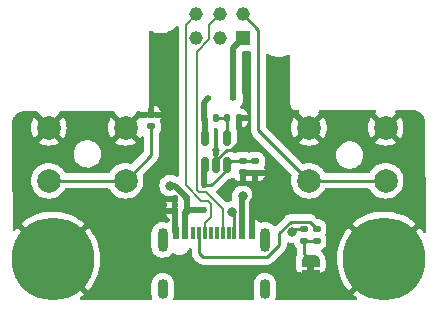
<source format=gtl>
G04 #@! TF.GenerationSoftware,KiCad,Pcbnew,(6.0.10)*
G04 #@! TF.CreationDate,2023-07-05T14:15:12+02:00*
G04 #@! TF.ProjectId,USB-Tag,5553422d-5461-4672-9e6b-696361645f70,rev?*
G04 #@! TF.SameCoordinates,Original*
G04 #@! TF.FileFunction,Copper,L1,Top*
G04 #@! TF.FilePolarity,Positive*
%FSLAX46Y46*%
G04 Gerber Fmt 4.6, Leading zero omitted, Abs format (unit mm)*
G04 Created by KiCad (PCBNEW (6.0.10)) date 2023-07-05 14:15:12*
%MOMM*%
%LPD*%
G01*
G04 APERTURE LIST*
G04 Aperture macros list*
%AMRoundRect*
0 Rectangle with rounded corners*
0 $1 Rounding radius*
0 $2 $3 $4 $5 $6 $7 $8 $9 X,Y pos of 4 corners*
0 Add a 4 corners polygon primitive as box body*
4,1,4,$2,$3,$4,$5,$6,$7,$8,$9,$2,$3,0*
0 Add four circle primitives for the rounded corners*
1,1,$1+$1,$2,$3*
1,1,$1+$1,$4,$5*
1,1,$1+$1,$6,$7*
1,1,$1+$1,$8,$9*
0 Add four rect primitives between the rounded corners*
20,1,$1+$1,$2,$3,$4,$5,0*
20,1,$1+$1,$4,$5,$6,$7,0*
20,1,$1+$1,$6,$7,$8,$9,0*
20,1,$1+$1,$8,$9,$2,$3,0*%
%AMFreePoly0*
4,1,22,0.500000,-0.750000,0.000000,-0.750000,0.000000,-0.745033,-0.079941,-0.743568,-0.215256,-0.701293,-0.333266,-0.622738,-0.424486,-0.514219,-0.481581,-0.384460,-0.499164,-0.250000,-0.500000,-0.250000,-0.500000,0.250000,-0.499164,0.250000,-0.499963,0.256109,-0.478152,0.396186,-0.417904,0.524511,-0.324060,0.630769,-0.204165,0.706417,-0.067858,0.745374,0.000000,0.744959,0.000000,0.750000,
0.500000,0.750000,0.500000,-0.750000,0.500000,-0.750000,$1*%
%AMFreePoly1*
4,1,20,0.000000,0.744959,0.073905,0.744508,0.209726,0.703889,0.328688,0.626782,0.421226,0.519385,0.479903,0.390333,0.500000,0.250000,0.500000,-0.250000,0.499851,-0.262216,0.476331,-0.402017,0.414519,-0.529596,0.319384,-0.634700,0.198574,-0.708877,0.061801,-0.746166,0.000000,-0.745033,0.000000,-0.750000,-0.500000,-0.750000,-0.500000,0.750000,0.000000,0.750000,0.000000,0.744959,
0.000000,0.744959,$1*%
G04 Aperture macros list end*
G04 #@! TA.AperFunction,SMDPad,CuDef*
%ADD10RoundRect,0.135000X-0.185000X0.135000X-0.185000X-0.135000X0.185000X-0.135000X0.185000X0.135000X0*%
G04 #@! TD*
G04 #@! TA.AperFunction,SMDPad,CuDef*
%ADD11FreePoly0,90.000000*%
G04 #@! TD*
G04 #@! TA.AperFunction,SMDPad,CuDef*
%ADD12FreePoly1,90.000000*%
G04 #@! TD*
G04 #@! TA.AperFunction,SMDPad,CuDef*
%ADD13R,0.600000X1.140000*%
G04 #@! TD*
G04 #@! TA.AperFunction,SMDPad,CuDef*
%ADD14R,0.300000X1.140000*%
G04 #@! TD*
G04 #@! TA.AperFunction,ComponentPad*
%ADD15O,0.900000X2.000000*%
G04 #@! TD*
G04 #@! TA.AperFunction,ComponentPad*
%ADD16O,0.900000X1.700000*%
G04 #@! TD*
G04 #@! TA.AperFunction,SMDPad,CuDef*
%ADD17RoundRect,0.150000X0.150000X-0.512500X0.150000X0.512500X-0.150000X0.512500X-0.150000X-0.512500X0*%
G04 #@! TD*
G04 #@! TA.AperFunction,SMDPad,CuDef*
%ADD18RoundRect,0.135000X-0.135000X-0.185000X0.135000X-0.185000X0.135000X0.185000X-0.135000X0.185000X0*%
G04 #@! TD*
G04 #@! TA.AperFunction,SMDPad,CuDef*
%ADD19RoundRect,0.140000X0.170000X-0.140000X0.170000X0.140000X-0.170000X0.140000X-0.170000X-0.140000X0*%
G04 #@! TD*
G04 #@! TA.AperFunction,ComponentPad*
%ADD20C,2.000000*%
G04 #@! TD*
G04 #@! TA.AperFunction,ComponentPad*
%ADD21C,0.800000*%
G04 #@! TD*
G04 #@! TA.AperFunction,ComponentPad*
%ADD22C,7.000000*%
G04 #@! TD*
G04 #@! TA.AperFunction,SMDPad,CuDef*
%ADD23RoundRect,0.135000X0.135000X0.185000X-0.135000X0.185000X-0.135000X-0.185000X0.135000X-0.185000X0*%
G04 #@! TD*
G04 #@! TA.AperFunction,SMDPad,CuDef*
%ADD24R,0.450000X0.600000*%
G04 #@! TD*
G04 #@! TA.AperFunction,SMDPad,CuDef*
%ADD25RoundRect,0.140000X-0.140000X-0.170000X0.140000X-0.170000X0.140000X0.170000X-0.140000X0.170000X0*%
G04 #@! TD*
G04 #@! TA.AperFunction,SMDPad,CuDef*
%ADD26RoundRect,0.140000X0.140000X0.170000X-0.140000X0.170000X-0.140000X-0.170000X0.140000X-0.170000X0*%
G04 #@! TD*
G04 #@! TA.AperFunction,SMDPad,CuDef*
%ADD27RoundRect,0.140000X-0.170000X0.140000X-0.170000X-0.140000X0.170000X-0.140000X0.170000X0.140000X0*%
G04 #@! TD*
G04 #@! TA.AperFunction,SMDPad,CuDef*
%ADD28R,0.600000X0.450000*%
G04 #@! TD*
G04 #@! TA.AperFunction,ComponentPad*
%ADD29R,1.150000X1.150000*%
G04 #@! TD*
G04 #@! TA.AperFunction,ComponentPad*
%ADD30C,1.150000*%
G04 #@! TD*
G04 #@! TA.AperFunction,ViaPad*
%ADD31C,0.800000*%
G04 #@! TD*
G04 #@! TA.AperFunction,Conductor*
%ADD32C,0.250000*%
G04 #@! TD*
G04 #@! TA.AperFunction,Conductor*
%ADD33C,0.500000*%
G04 #@! TD*
G04 #@! TA.AperFunction,Conductor*
%ADD34C,0.200000*%
G04 #@! TD*
G04 APERTURE END LIST*
G36*
X151200000Y-105850000D02*
G01*
X150600000Y-105850000D01*
X150600000Y-105350000D01*
X151200000Y-105350000D01*
X151200000Y-105850000D01*
G37*
D10*
X150350000Y-102240000D03*
X150350000Y-103260000D03*
X151400000Y-102240000D03*
X151400000Y-103260000D03*
D11*
X150900000Y-106250000D03*
D12*
X150900000Y-104950000D03*
D13*
X139500000Y-102600000D03*
X140300000Y-102600000D03*
D14*
X141450000Y-102600000D03*
X142450000Y-102600000D03*
X142950000Y-102600000D03*
X143950000Y-102600000D03*
D13*
X145100000Y-102600000D03*
X145900000Y-102600000D03*
D14*
X144450000Y-102600000D03*
X143450000Y-102600000D03*
X141950000Y-102600000D03*
X140950000Y-102600000D03*
D15*
X138375000Y-103180000D03*
X147025000Y-103180000D03*
D16*
X138375000Y-107350000D03*
X147025000Y-107350000D03*
D17*
X141925000Y-96844700D03*
X142875000Y-96844700D03*
X143825000Y-96844700D03*
X143825000Y-94569700D03*
X141925000Y-94569700D03*
D18*
X141857000Y-92862400D03*
X142877000Y-92862400D03*
D19*
X145161000Y-97459800D03*
X145161000Y-96499800D03*
D20*
X135228400Y-93685800D03*
X128728400Y-93685800D03*
X135228400Y-98185800D03*
X128728400Y-98185800D03*
D21*
X130938955Y-102943845D03*
X127226645Y-102943845D03*
X129082800Y-102175000D03*
X126457800Y-104800000D03*
X129082800Y-107425000D03*
D22*
X129082800Y-104800000D03*
D21*
X130938955Y-106656155D03*
X131707800Y-104800000D03*
X127226645Y-106656155D03*
D23*
X144810000Y-92887800D03*
X143790000Y-92887800D03*
D19*
X146202400Y-97482600D03*
X146202400Y-96522600D03*
D24*
X141859000Y-98568800D03*
X141859000Y-100668800D03*
D21*
X157124400Y-102175000D03*
X154499400Y-104800000D03*
X159749400Y-104800000D03*
X158980555Y-102943845D03*
X158980555Y-106656155D03*
X157124400Y-107425000D03*
D22*
X157124400Y-104800000D03*
D21*
X155268245Y-106656155D03*
X155268245Y-102943845D03*
D20*
X150750000Y-93685800D03*
X157250000Y-93685800D03*
X157250000Y-98185800D03*
X150750000Y-98185800D03*
D25*
X139440000Y-99734800D03*
X140400000Y-99734800D03*
D26*
X140400000Y-100700000D03*
X139440000Y-100700000D03*
D27*
X137400000Y-92620000D03*
X137400000Y-93580000D03*
D28*
X144350000Y-91200000D03*
X142250000Y-91200000D03*
D29*
X145200000Y-86100000D03*
D30*
X145200000Y-84100000D03*
X143200000Y-86100000D03*
X143200000Y-84100000D03*
X141200000Y-86100000D03*
X141200000Y-84100000D03*
D31*
X139000000Y-98600000D03*
X145150000Y-99500000D03*
X144250500Y-100822460D03*
X149347550Y-102527049D03*
X145500000Y-94250000D03*
D32*
X141800000Y-104650000D02*
X141450000Y-104300000D01*
X148250000Y-103601016D02*
X147201016Y-104650000D01*
X147201016Y-104650000D02*
X141800000Y-104650000D01*
X148250000Y-102600000D02*
X148250000Y-103601016D01*
X141450000Y-104300000D02*
X141450000Y-102600000D01*
X149205000Y-101645000D02*
X148250000Y-102600000D01*
X151400000Y-102240000D02*
X150805000Y-101645000D01*
X149634599Y-102240000D02*
X149347550Y-102527049D01*
X150805000Y-101645000D02*
X149205000Y-101645000D01*
X150350000Y-102240000D02*
X149634599Y-102240000D01*
D33*
X139449586Y-98600000D02*
X139000000Y-98600000D01*
X140384998Y-99719798D02*
X140384998Y-99535412D01*
X140384998Y-99535412D02*
X139449586Y-98600000D01*
X140400000Y-99734800D02*
X140384998Y-99719798D01*
X145100000Y-99550000D02*
X145150000Y-99500000D01*
X145100000Y-102600000D02*
X145100000Y-99550000D01*
X145900000Y-99951375D02*
X145900000Y-102600000D01*
X146202400Y-97482600D02*
X146202400Y-99648975D01*
D32*
X144450000Y-102600000D02*
X144450000Y-101021960D01*
D33*
X146202400Y-99648975D02*
X145900000Y-99951375D01*
D32*
X144450000Y-101021960D02*
X144250500Y-100822460D01*
D33*
X140300000Y-100800000D02*
X140300000Y-102600000D01*
X140400000Y-100700000D02*
X140300000Y-100800000D01*
X139440000Y-102540000D02*
X139500000Y-102600000D01*
X139440000Y-100700000D02*
X139440000Y-102540000D01*
D32*
X150350000Y-104400000D02*
X150900000Y-104950000D01*
X150350000Y-103260000D02*
X150350000Y-104400000D01*
X150350000Y-103260000D02*
X151400000Y-103260000D01*
D34*
X142450000Y-101280000D02*
X141950000Y-101780000D01*
X142450000Y-100142000D02*
X142450000Y-101280000D01*
X142208000Y-99900000D02*
X142450000Y-100142000D01*
X141650000Y-99900000D02*
X142208000Y-99900000D01*
X140325000Y-84975000D02*
X140325000Y-98575000D01*
X141200000Y-84100000D02*
X140325000Y-84975000D01*
X142325000Y-86211730D02*
X142325000Y-84975000D01*
X140325000Y-98575000D02*
X141650000Y-99900000D01*
X141287000Y-87249730D02*
X142325000Y-86211730D01*
X141950000Y-101780000D02*
X141950000Y-102600000D01*
X141287000Y-98972020D02*
X141287000Y-87249730D01*
X141483780Y-99168800D02*
X141287000Y-98972020D01*
X142048980Y-99168800D02*
X141483780Y-99168800D01*
X143450000Y-102600000D02*
X143450000Y-100569820D01*
X142325000Y-84975000D02*
X143200000Y-84100000D01*
X143450000Y-100569820D02*
X142048980Y-99168800D01*
D33*
X144350000Y-86950000D02*
X145200000Y-86100000D01*
X144350000Y-91200000D02*
X144350000Y-86950000D01*
D32*
X146476667Y-93912467D02*
X146476667Y-85376667D01*
X150750000Y-98185800D02*
X146476667Y-93912467D01*
X150750000Y-98185800D02*
X157250000Y-98185800D01*
X146476667Y-85376667D02*
X145200000Y-84100000D01*
X128728400Y-98185800D02*
X135228400Y-98185800D01*
X137400000Y-96014200D02*
X135228400Y-98185800D01*
X137400000Y-93580000D02*
X137400000Y-96014200D01*
X144810000Y-92887800D02*
X144810000Y-93560000D01*
X144192800Y-95557200D02*
X145500000Y-94250000D01*
X142875000Y-96460449D02*
X143778249Y-95557200D01*
X142875000Y-96844700D02*
X142875000Y-96460449D01*
X144810000Y-93560000D02*
X145500000Y-94250000D01*
X143778249Y-95557200D02*
X144192800Y-95557200D01*
D33*
X140400000Y-99734800D02*
X140400000Y-100700000D01*
X140431200Y-100668800D02*
X140400000Y-100700000D01*
X141859000Y-100668800D02*
X140431200Y-100668800D01*
D32*
X145183800Y-96522600D02*
X145161000Y-96499800D01*
X144169900Y-96499800D02*
X143825000Y-96844700D01*
D33*
X141859000Y-98568800D02*
X141859000Y-96910700D01*
D32*
X143825000Y-97228951D02*
X142485151Y-98568800D01*
D33*
X141859000Y-96910700D02*
X141925000Y-96844700D01*
D32*
X143825000Y-96844700D02*
X143825000Y-97228951D01*
X142485151Y-98568800D02*
X141859000Y-98568800D01*
X146202400Y-96522600D02*
X145183800Y-96522600D01*
X145161000Y-96499800D02*
X144169900Y-96499800D01*
D33*
X141925000Y-92930400D02*
X141857000Y-92862400D01*
X141857000Y-91593000D02*
X141857000Y-92862400D01*
X142250000Y-91200000D02*
X141857000Y-91593000D01*
X141925000Y-94569700D02*
X141925000Y-92930400D01*
D32*
X143764600Y-92862400D02*
X143790000Y-92887800D01*
X143790000Y-92887800D02*
X143790000Y-94534700D01*
X143790000Y-94534700D02*
X143825000Y-94569700D01*
X142877000Y-92862400D02*
X143764600Y-92862400D01*
G04 #@! TA.AperFunction,Conductor*
G36*
X139685133Y-85059474D02*
G01*
X139715086Y-85123843D01*
X139716500Y-85142664D01*
X139716500Y-97723859D01*
X139696498Y-97791980D01*
X139642842Y-97838473D01*
X139572568Y-97848577D01*
X139560552Y-97846248D01*
X139559312Y-97845945D01*
X139543976Y-97842192D01*
X139535333Y-97841656D01*
X139534013Y-97841181D01*
X139532828Y-97841001D01*
X139532863Y-97840768D01*
X139469070Y-97817832D01*
X139456752Y-97808882D01*
X139450722Y-97806197D01*
X139288319Y-97733891D01*
X139288318Y-97733891D01*
X139282288Y-97731206D01*
X139188887Y-97711353D01*
X139101944Y-97692872D01*
X139101939Y-97692872D01*
X139095487Y-97691500D01*
X138904513Y-97691500D01*
X138898061Y-97692872D01*
X138898056Y-97692872D01*
X138811113Y-97711353D01*
X138717712Y-97731206D01*
X138711682Y-97733891D01*
X138711681Y-97733891D01*
X138549278Y-97806197D01*
X138549276Y-97806198D01*
X138543248Y-97808882D01*
X138388747Y-97921134D01*
X138260960Y-98063056D01*
X138257659Y-98068774D01*
X138185033Y-98194566D01*
X138165473Y-98228444D01*
X138106458Y-98410072D01*
X138105768Y-98416633D01*
X138105768Y-98416635D01*
X138104645Y-98427324D01*
X138086496Y-98600000D01*
X138087186Y-98606565D01*
X138092589Y-98657967D01*
X138106458Y-98789928D01*
X138165473Y-98971556D01*
X138260960Y-99136944D01*
X138388747Y-99278866D01*
X138543248Y-99391118D01*
X138549277Y-99393802D01*
X138549280Y-99393804D01*
X138590979Y-99412369D01*
X138645075Y-99458349D01*
X138649872Y-99469889D01*
X138657581Y-99477709D01*
X138669513Y-99480800D01*
X138760950Y-99480800D01*
X138787147Y-99483553D01*
X138898056Y-99507128D01*
X138898061Y-99507128D01*
X138904513Y-99508500D01*
X139095487Y-99508500D01*
X139111320Y-99505135D01*
X139185198Y-99489432D01*
X139255988Y-99494834D01*
X139300489Y-99523584D01*
X139574595Y-99797690D01*
X139608621Y-99860002D01*
X139611500Y-99886785D01*
X139611500Y-99970284D01*
X139611693Y-99972732D01*
X139611693Y-99972740D01*
X139613184Y-99991676D01*
X139614394Y-100007054D01*
X139616187Y-100013226D01*
X139616188Y-100013231D01*
X139636497Y-100083133D01*
X139641500Y-100118286D01*
X139641500Y-100316514D01*
X139636497Y-100351667D01*
X139616188Y-100421569D01*
X139616187Y-100421574D01*
X139614394Y-100427746D01*
X139613890Y-100434153D01*
X139613889Y-100434157D01*
X139611993Y-100458256D01*
X139598598Y-100505673D01*
X139584231Y-100533808D01*
X139582492Y-100540914D01*
X139580393Y-100546559D01*
X139578476Y-100552322D01*
X139575378Y-100558950D01*
X139573888Y-100566112D01*
X139573888Y-100566113D01*
X139560514Y-100630412D01*
X139559544Y-100634696D01*
X139542192Y-100705610D01*
X139541500Y-100716764D01*
X139541464Y-100716762D01*
X139541225Y-100720755D01*
X139540851Y-100724947D01*
X139539360Y-100732115D01*
X139539558Y-100739432D01*
X139541454Y-100809521D01*
X139541500Y-100812928D01*
X139541500Y-101781487D01*
X139533482Y-101825716D01*
X139518128Y-101866674D01*
X139498255Y-101919684D01*
X139497402Y-101927534D01*
X139497402Y-101927535D01*
X139497263Y-101928815D01*
X139496877Y-101929745D01*
X139495574Y-101935223D01*
X139494688Y-101935012D01*
X139470021Y-101994377D01*
X139411659Y-102034804D01*
X139340704Y-102037260D01*
X139279686Y-102000965D01*
X139247977Y-101937443D01*
X139246000Y-101915208D01*
X139246000Y-101576115D01*
X139241526Y-101560876D01*
X139229488Y-101550446D01*
X139191104Y-101490720D01*
X139186000Y-101455221D01*
X139186000Y-100972115D01*
X139181525Y-100956876D01*
X139180135Y-100955671D01*
X139172452Y-100954000D01*
X138671576Y-100954000D01*
X138656781Y-100958344D01*
X138654937Y-100968775D01*
X138656688Y-100978359D01*
X138698357Y-101121784D01*
X138704604Y-101136220D01*
X138779876Y-101263499D01*
X138789516Y-101275926D01*
X138894074Y-101380484D01*
X138906501Y-101390124D01*
X138911804Y-101393260D01*
X138960258Y-101445152D01*
X138972964Y-101515003D01*
X138945890Y-101580634D01*
X138923232Y-101602541D01*
X138844276Y-101661715D01*
X138831716Y-101674275D01*
X138829652Y-101677029D01*
X138826917Y-101679074D01*
X138825365Y-101680626D01*
X138825141Y-101680402D01*
X138772793Y-101719545D01*
X138697065Y-101723396D01*
X138562360Y-101688309D01*
X138522393Y-101677898D01*
X138438403Y-101673496D01*
X138334317Y-101668041D01*
X138334313Y-101668041D01*
X138327936Y-101667707D01*
X138172587Y-101691201D01*
X138141715Y-101695870D01*
X138141714Y-101695870D01*
X138135401Y-101696825D01*
X138129415Y-101699028D01*
X138129409Y-101699029D01*
X137958640Y-101761860D01*
X137958635Y-101761862D01*
X137952654Y-101764063D01*
X137878346Y-101810136D01*
X137805961Y-101855017D01*
X137787160Y-101866674D01*
X137645678Y-102000466D01*
X137642016Y-102005696D01*
X137642015Y-102005697D01*
X137618048Y-102039926D01*
X137533989Y-102159975D01*
X137531452Y-102165838D01*
X137474434Y-102297600D01*
X137456655Y-102338684D01*
X137455350Y-102344931D01*
X137455349Y-102344934D01*
X137428681Y-102472591D01*
X137416835Y-102529293D01*
X137416500Y-102535685D01*
X137416500Y-103778663D01*
X137431235Y-103923727D01*
X137443454Y-103962718D01*
X137487556Y-104103451D01*
X137487558Y-104103456D01*
X137489465Y-104109541D01*
X137512084Y-104150346D01*
X137563696Y-104243455D01*
X137583870Y-104279850D01*
X137588019Y-104284691D01*
X137588022Y-104284695D01*
X137655926Y-104363919D01*
X137710591Y-104427698D01*
X137715633Y-104431609D01*
X137715634Y-104431610D01*
X137775578Y-104478107D01*
X137864453Y-104547046D01*
X137870176Y-104549862D01*
X137870179Y-104549864D01*
X138009839Y-104618585D01*
X138039171Y-104633018D01*
X138045349Y-104634627D01*
X138045351Y-104634628D01*
X138221425Y-104680492D01*
X138221428Y-104680492D01*
X138227607Y-104682102D01*
X138311597Y-104686504D01*
X138415683Y-104691959D01*
X138415687Y-104691959D01*
X138422064Y-104692293D01*
X138577413Y-104668799D01*
X138608285Y-104664130D01*
X138608286Y-104664130D01*
X138614599Y-104663175D01*
X138620585Y-104660972D01*
X138620591Y-104660971D01*
X138791360Y-104598140D01*
X138791365Y-104598138D01*
X138797346Y-104595937D01*
X138952244Y-104499896D01*
X138957418Y-104496688D01*
X138957419Y-104496687D01*
X138962840Y-104493326D01*
X138996940Y-104461080D01*
X139099685Y-104363919D01*
X139104322Y-104359534D01*
X139122901Y-104333001D01*
X139178355Y-104288674D01*
X139248975Y-104281365D01*
X139294527Y-104302437D01*
X139295771Y-104300507D01*
X139448238Y-104398765D01*
X139454858Y-104401174D01*
X139454861Y-104401176D01*
X139591559Y-104450930D01*
X139618685Y-104460803D01*
X139758769Y-104478500D01*
X139855610Y-104478500D01*
X139990255Y-104463397D01*
X139997704Y-104460803D01*
X140154894Y-104406064D01*
X140154897Y-104406062D01*
X140161552Y-104403745D01*
X140169522Y-104398765D01*
X140309402Y-104311359D01*
X140315376Y-104307626D01*
X140320373Y-104302664D01*
X140439085Y-104184778D01*
X140439088Y-104184774D01*
X140444082Y-104179815D01*
X140541273Y-104026666D01*
X140571801Y-103940933D01*
X140613495Y-103883469D01*
X140679638Y-103857669D01*
X140749229Y-103871724D01*
X140800175Y-103921172D01*
X140816500Y-103983200D01*
X140816500Y-104221233D01*
X140815973Y-104232416D01*
X140814298Y-104239909D01*
X140814547Y-104247835D01*
X140814547Y-104247836D01*
X140816438Y-104307986D01*
X140816500Y-104311945D01*
X140816500Y-104339856D01*
X140816997Y-104343790D01*
X140816997Y-104343791D01*
X140817005Y-104343856D01*
X140817938Y-104355693D01*
X140819327Y-104399889D01*
X140822830Y-104411945D01*
X140824978Y-104419339D01*
X140828987Y-104438700D01*
X140831526Y-104458797D01*
X140834445Y-104466168D01*
X140834445Y-104466170D01*
X140847804Y-104499912D01*
X140851649Y-104511142D01*
X140861771Y-104545983D01*
X140863982Y-104553593D01*
X140868015Y-104560412D01*
X140868017Y-104560417D01*
X140874293Y-104571028D01*
X140882988Y-104588776D01*
X140890448Y-104607617D01*
X140895110Y-104614033D01*
X140895110Y-104614034D01*
X140916436Y-104643387D01*
X140922952Y-104653307D01*
X140945458Y-104691362D01*
X140951064Y-104696969D01*
X140959780Y-104705685D01*
X140972620Y-104720718D01*
X140984528Y-104737107D01*
X140990635Y-104742159D01*
X141018593Y-104765288D01*
X141027374Y-104773278D01*
X141296353Y-105042258D01*
X141303887Y-105050537D01*
X141308000Y-105057018D01*
X141329095Y-105076827D01*
X141357652Y-105103644D01*
X141360494Y-105106399D01*
X141380230Y-105126135D01*
X141383427Y-105128615D01*
X141392447Y-105136318D01*
X141424679Y-105166586D01*
X141431625Y-105170405D01*
X141431628Y-105170407D01*
X141442434Y-105176348D01*
X141458953Y-105187199D01*
X141474959Y-105199614D01*
X141482228Y-105202759D01*
X141482232Y-105202762D01*
X141515537Y-105217174D01*
X141526187Y-105222391D01*
X141564940Y-105243695D01*
X141572615Y-105245666D01*
X141572616Y-105245666D01*
X141584562Y-105248733D01*
X141603267Y-105255137D01*
X141621855Y-105263181D01*
X141629678Y-105264420D01*
X141629688Y-105264423D01*
X141665524Y-105270099D01*
X141677144Y-105272505D01*
X141708959Y-105280673D01*
X141719970Y-105283500D01*
X141740224Y-105283500D01*
X141759934Y-105285051D01*
X141779943Y-105288220D01*
X141787835Y-105287474D01*
X141806580Y-105285702D01*
X141823962Y-105284059D01*
X141835819Y-105283500D01*
X147122249Y-105283500D01*
X147133432Y-105284027D01*
X147140925Y-105285702D01*
X147148851Y-105285453D01*
X147148852Y-105285453D01*
X147209002Y-105283562D01*
X147212961Y-105283500D01*
X147240872Y-105283500D01*
X147244807Y-105283003D01*
X147244872Y-105282995D01*
X147256709Y-105282062D01*
X147288967Y-105281048D01*
X147292986Y-105280922D01*
X147300905Y-105280673D01*
X147320359Y-105275021D01*
X147339716Y-105271013D01*
X147351946Y-105269468D01*
X147351947Y-105269468D01*
X147359813Y-105268474D01*
X147367184Y-105265555D01*
X147367186Y-105265555D01*
X147400928Y-105252196D01*
X147412158Y-105248351D01*
X147446999Y-105238229D01*
X147447000Y-105238229D01*
X147454609Y-105236018D01*
X147461428Y-105231985D01*
X147461433Y-105231983D01*
X147472044Y-105225707D01*
X147489792Y-105217012D01*
X147508633Y-105209552D01*
X147544403Y-105183564D01*
X147554323Y-105177048D01*
X147585551Y-105158580D01*
X147585554Y-105158578D01*
X147592378Y-105154542D01*
X147606699Y-105140221D01*
X147621733Y-105127380D01*
X147631710Y-105120131D01*
X147638123Y-105115472D01*
X147666314Y-105081395D01*
X147674304Y-105072616D01*
X148642247Y-104104673D01*
X148650537Y-104097129D01*
X148657018Y-104093016D01*
X148703659Y-104043348D01*
X148706413Y-104040507D01*
X148726134Y-104020786D01*
X148728612Y-104017591D01*
X148736318Y-104008569D01*
X148761158Y-103982117D01*
X148766586Y-103976337D01*
X148776346Y-103958584D01*
X148787199Y-103942061D01*
X148794753Y-103932322D01*
X148799613Y-103926057D01*
X148817176Y-103885473D01*
X148822383Y-103874843D01*
X148843695Y-103836076D01*
X148845666Y-103828399D01*
X148845668Y-103828394D01*
X148848732Y-103816458D01*
X148855138Y-103797746D01*
X148860034Y-103786433D01*
X148863181Y-103779161D01*
X148870097Y-103735497D01*
X148872504Y-103723876D01*
X148881528Y-103688727D01*
X148881528Y-103688726D01*
X148883500Y-103681046D01*
X148883500Y-103660785D01*
X148885051Y-103641074D01*
X148886979Y-103628901D01*
X148888219Y-103621073D01*
X148884059Y-103577062D01*
X148883500Y-103565205D01*
X148883500Y-103508941D01*
X148903502Y-103440820D01*
X148957158Y-103394327D01*
X149027432Y-103384223D01*
X149052811Y-103391543D01*
X149052950Y-103391117D01*
X149059230Y-103393157D01*
X149065262Y-103395843D01*
X149158662Y-103415696D01*
X149245606Y-103434177D01*
X149245611Y-103434177D01*
X149252063Y-103435549D01*
X149412069Y-103435549D01*
X149480190Y-103455551D01*
X149526683Y-103509207D01*
X149533066Y-103526396D01*
X149566991Y-103643165D01*
X149569731Y-103652596D01*
X149573766Y-103659418D01*
X149573766Y-103659419D01*
X149585335Y-103678981D01*
X149652494Y-103792541D01*
X149679595Y-103819642D01*
X149713621Y-103881954D01*
X149716500Y-103908737D01*
X149716500Y-104321233D01*
X149715973Y-104332416D01*
X149714298Y-104339909D01*
X149714547Y-104347835D01*
X149714547Y-104347836D01*
X149716438Y-104407986D01*
X149716500Y-104411945D01*
X149716500Y-104439856D01*
X149716997Y-104443790D01*
X149716997Y-104443791D01*
X149717005Y-104443856D01*
X149717938Y-104455693D01*
X149719294Y-104498826D01*
X149719327Y-104499890D01*
X149719145Y-104499896D01*
X149709632Y-104568459D01*
X149699252Y-104590924D01*
X149686182Y-104634628D01*
X149662835Y-104712698D01*
X149658216Y-104728142D01*
X149657554Y-104732574D01*
X149657553Y-104732577D01*
X149637350Y-104867765D01*
X149636688Y-104872196D01*
X149635813Y-105015417D01*
X149636148Y-105017861D01*
X149636271Y-105021656D01*
X149636271Y-105450000D01*
X149641500Y-105523111D01*
X149682696Y-105663411D01*
X149687567Y-105670990D01*
X149756878Y-105778841D01*
X149756880Y-105778844D01*
X149761750Y-105786421D01*
X149768560Y-105792322D01*
X149865445Y-105876274D01*
X149865448Y-105876276D01*
X149872257Y-105882176D01*
X150005266Y-105942919D01*
X150150000Y-105963729D01*
X150611047Y-105963729D01*
X150611047Y-105963727D01*
X150614015Y-105963318D01*
X150710438Y-105964497D01*
X150714723Y-105963937D01*
X150721760Y-105963729D01*
X151111047Y-105963729D01*
X151111047Y-105963727D01*
X151114015Y-105963318D01*
X151210438Y-105964497D01*
X151214723Y-105963937D01*
X151221760Y-105963729D01*
X151650000Y-105963729D01*
X151681986Y-105961441D01*
X151716373Y-105958982D01*
X151716374Y-105958982D01*
X151723111Y-105958500D01*
X151802618Y-105935155D01*
X151854765Y-105919843D01*
X151854767Y-105919842D01*
X151863411Y-105917304D01*
X151927255Y-105876274D01*
X151978841Y-105843122D01*
X151978844Y-105843120D01*
X151986421Y-105838250D01*
X152031331Y-105786421D01*
X152076274Y-105734555D01*
X152076276Y-105734552D01*
X152082176Y-105727743D01*
X152142919Y-105594734D01*
X152163729Y-105450000D01*
X152163729Y-104962678D01*
X152163750Y-104960369D01*
X152164830Y-104901453D01*
X152164912Y-104896980D01*
X152154428Y-104812812D01*
X152147460Y-104756872D01*
X152147459Y-104756868D01*
X152146907Y-104752435D01*
X152145442Y-104747061D01*
X153112065Y-104747061D01*
X153125532Y-105132706D01*
X153126047Y-105138838D01*
X153177085Y-105521347D01*
X153178192Y-105527383D01*
X153266313Y-105903090D01*
X153268008Y-105909000D01*
X153392368Y-106274306D01*
X153394635Y-106280031D01*
X153554043Y-106631444D01*
X153556865Y-106636934D01*
X153749807Y-106971119D01*
X153753137Y-106976287D01*
X153977775Y-107290059D01*
X153981597Y-107294881D01*
X154104433Y-107435195D01*
X154117647Y-107443593D01*
X154127443Y-107437747D01*
X156752378Y-104812812D01*
X156759992Y-104798868D01*
X156759861Y-104797035D01*
X156755610Y-104790420D01*
X154128302Y-102163112D01*
X154114358Y-102155498D01*
X154113812Y-102155537D01*
X154105455Y-102161136D01*
X154052477Y-102218347D01*
X154048532Y-102223049D01*
X153815221Y-102530426D01*
X153811743Y-102535504D01*
X153609541Y-102864179D01*
X153606576Y-102869572D01*
X153437414Y-103216406D01*
X153434988Y-103222064D01*
X153300476Y-103583758D01*
X153298618Y-103589615D01*
X153200040Y-103962718D01*
X153198765Y-103968718D01*
X153137067Y-104349648D01*
X153136380Y-104355776D01*
X153112151Y-104740886D01*
X153112065Y-104747061D01*
X152145442Y-104747061D01*
X152109234Y-104614255D01*
X152107451Y-104610134D01*
X152053173Y-104484704D01*
X152053171Y-104484699D01*
X152051388Y-104480580D01*
X151976448Y-104358528D01*
X151973584Y-104355078D01*
X151886270Y-104249907D01*
X151886268Y-104249905D01*
X151883408Y-104246460D01*
X151822914Y-104191703D01*
X151785833Y-104131159D01*
X151787371Y-104060179D01*
X151827040Y-104001299D01*
X151843328Y-103989836D01*
X151982541Y-103907506D01*
X152097506Y-103792541D01*
X152164665Y-103678981D01*
X152176234Y-103659419D01*
X152176234Y-103659418D01*
X152180269Y-103652596D01*
X152183617Y-103641074D01*
X152208841Y-103554250D01*
X152225629Y-103496466D01*
X152228500Y-103459989D01*
X152228499Y-103060012D01*
X152225629Y-103023534D01*
X152180269Y-102867404D01*
X152176233Y-102860579D01*
X152176231Y-102860575D01*
X152148769Y-102814139D01*
X152131309Y-102745323D01*
X152148769Y-102685861D01*
X152176231Y-102639425D01*
X152176233Y-102639421D01*
X152180269Y-102632596D01*
X152194974Y-102581983D01*
X152223834Y-102482644D01*
X152225629Y-102476466D01*
X152228500Y-102439989D01*
X152228499Y-102040012D01*
X152225629Y-102003534D01*
X152187141Y-101871056D01*
X152182481Y-101855017D01*
X152182480Y-101855015D01*
X152180269Y-101847404D01*
X152154794Y-101804327D01*
X152148281Y-101793314D01*
X154480734Y-101793314D01*
X154486484Y-101802874D01*
X157111588Y-104427978D01*
X157125532Y-104435592D01*
X157127365Y-104435461D01*
X157133980Y-104431210D01*
X159760863Y-101804327D01*
X159768477Y-101790383D01*
X159768455Y-101790072D01*
X159762604Y-101781406D01*
X159684543Y-101710127D01*
X159679816Y-101706217D01*
X159370819Y-101475059D01*
X159365713Y-101471614D01*
X159035635Y-101271711D01*
X159030222Y-101268784D01*
X158682208Y-101102044D01*
X158676541Y-101099662D01*
X158313926Y-100967682D01*
X158308038Y-100965860D01*
X157934276Y-100869893D01*
X157928254Y-100868657D01*
X157546885Y-100809618D01*
X157540797Y-100808978D01*
X157155485Y-100787436D01*
X157149333Y-100787393D01*
X156763787Y-100803552D01*
X156757661Y-100804109D01*
X156375523Y-100857815D01*
X156369470Y-100858970D01*
X155994400Y-100949709D01*
X155988503Y-100951445D01*
X155624081Y-101078350D01*
X155618368Y-101080658D01*
X155268067Y-101242519D01*
X155262613Y-101245371D01*
X154929776Y-101440646D01*
X154924628Y-101444015D01*
X154612425Y-101670843D01*
X154607647Y-101674684D01*
X154489111Y-101779926D01*
X154480734Y-101793314D01*
X152148281Y-101793314D01*
X152101540Y-101714280D01*
X152097506Y-101707459D01*
X151982541Y-101592494D01*
X151863342Y-101522000D01*
X151849419Y-101513766D01*
X151849418Y-101513766D01*
X151842596Y-101509731D01*
X151834985Y-101507520D01*
X151834983Y-101507519D01*
X151716594Y-101473124D01*
X151686466Y-101464371D01*
X151680059Y-101463867D01*
X151680055Y-101463866D01*
X151652444Y-101461693D01*
X151652438Y-101461693D01*
X151649989Y-101461500D01*
X151569595Y-101461500D01*
X151501474Y-101441498D01*
X151480500Y-101424595D01*
X151308652Y-101252747D01*
X151301112Y-101244461D01*
X151297000Y-101237982D01*
X151271034Y-101213598D01*
X151247349Y-101191357D01*
X151244507Y-101188602D01*
X151224770Y-101168865D01*
X151221573Y-101166385D01*
X151212551Y-101158680D01*
X151199122Y-101146069D01*
X151180321Y-101128414D01*
X151173375Y-101124595D01*
X151173372Y-101124593D01*
X151162566Y-101118652D01*
X151146047Y-101107801D01*
X151145583Y-101107441D01*
X151130041Y-101095386D01*
X151122772Y-101092241D01*
X151122768Y-101092238D01*
X151089463Y-101077826D01*
X151078813Y-101072609D01*
X151040060Y-101051305D01*
X151020437Y-101046267D01*
X151001734Y-101039863D01*
X150990420Y-101034967D01*
X150990419Y-101034967D01*
X150983145Y-101031819D01*
X150975322Y-101030580D01*
X150975312Y-101030577D01*
X150939476Y-101024901D01*
X150927856Y-101022495D01*
X150892711Y-101013472D01*
X150892710Y-101013472D01*
X150885030Y-101011500D01*
X150864776Y-101011500D01*
X150845065Y-101009949D01*
X150832886Y-101008020D01*
X150825057Y-101006780D01*
X150795786Y-101009547D01*
X150781039Y-101010941D01*
X150769181Y-101011500D01*
X149283767Y-101011500D01*
X149272584Y-101010973D01*
X149265091Y-101009298D01*
X149257165Y-101009547D01*
X149257164Y-101009547D01*
X149197001Y-101011438D01*
X149193043Y-101011500D01*
X149165144Y-101011500D01*
X149161154Y-101012004D01*
X149149320Y-101012936D01*
X149105111Y-101014326D01*
X149097497Y-101016538D01*
X149097492Y-101016539D01*
X149085659Y-101019977D01*
X149066296Y-101023988D01*
X149046203Y-101026526D01*
X149038836Y-101029443D01*
X149038831Y-101029444D01*
X149005092Y-101042802D01*
X148993865Y-101046646D01*
X148951407Y-101058982D01*
X148944581Y-101063019D01*
X148933972Y-101069293D01*
X148916224Y-101077988D01*
X148897383Y-101085448D01*
X148890967Y-101090110D01*
X148890966Y-101090110D01*
X148861613Y-101111436D01*
X148851693Y-101117952D01*
X148820465Y-101136420D01*
X148820462Y-101136422D01*
X148813638Y-101140458D01*
X148799317Y-101154779D01*
X148784284Y-101167619D01*
X148767893Y-101179528D01*
X148762843Y-101185632D01*
X148762838Y-101185637D01*
X148739707Y-101213598D01*
X148731717Y-101222379D01*
X147939027Y-102015068D01*
X147876715Y-102049093D01*
X147805899Y-102044028D01*
X147754264Y-102007969D01*
X147693565Y-101937150D01*
X147693561Y-101937146D01*
X147689409Y-101932302D01*
X147683264Y-101927535D01*
X147589774Y-101855017D01*
X147535547Y-101812954D01*
X147529824Y-101810138D01*
X147529821Y-101810136D01*
X147366556Y-101729800D01*
X147360829Y-101726982D01*
X147354651Y-101725373D01*
X147354649Y-101725372D01*
X147178575Y-101679508D01*
X147178572Y-101679508D01*
X147172393Y-101677898D01*
X147088403Y-101673496D01*
X146984317Y-101668041D01*
X146984313Y-101668041D01*
X146977936Y-101667707D01*
X146822587Y-101691201D01*
X146791715Y-101695870D01*
X146791714Y-101695870D01*
X146785401Y-101696825D01*
X146779413Y-101699028D01*
X146779406Y-101699030D01*
X146716521Y-101722167D01*
X146645683Y-101726917D01*
X146583523Y-101692615D01*
X146572189Y-101679483D01*
X146568292Y-101674283D01*
X146555721Y-101661712D01*
X146453649Y-101585214D01*
X146438054Y-101576676D01*
X146317606Y-101531522D01*
X146302351Y-101527895D01*
X146251486Y-101522369D01*
X146244672Y-101522000D01*
X146172115Y-101522000D01*
X146156876Y-101526475D01*
X146155671Y-101527865D01*
X146154000Y-101535548D01*
X146154000Y-101915208D01*
X146133998Y-101983329D01*
X146080342Y-102029822D01*
X146010068Y-102039926D01*
X145945488Y-102010432D01*
X145907104Y-101950706D01*
X145902737Y-101928815D01*
X145902598Y-101927535D01*
X145902598Y-101927534D01*
X145901745Y-101919684D01*
X145881873Y-101866674D01*
X145866518Y-101825716D01*
X145858500Y-101781487D01*
X145858500Y-100118744D01*
X145878502Y-100050623D01*
X145882564Y-100044683D01*
X145884621Y-100041852D01*
X145889040Y-100036944D01*
X145928952Y-99967815D01*
X145981223Y-99877279D01*
X145981224Y-99877278D01*
X145984527Y-99871556D01*
X146043542Y-99689928D01*
X146044510Y-99680723D01*
X146062814Y-99506565D01*
X146063504Y-99500000D01*
X146053705Y-99406765D01*
X146044232Y-99316635D01*
X146044232Y-99316633D01*
X146043542Y-99310072D01*
X145984527Y-99128444D01*
X145889040Y-98963056D01*
X145813775Y-98879465D01*
X145765675Y-98826045D01*
X145765674Y-98826044D01*
X145761253Y-98821134D01*
X145606752Y-98708882D01*
X145600724Y-98706198D01*
X145600722Y-98706197D01*
X145438319Y-98633891D01*
X145438318Y-98633891D01*
X145432288Y-98631206D01*
X145316362Y-98606565D01*
X145251944Y-98592872D01*
X145251939Y-98592872D01*
X145245487Y-98591500D01*
X145054513Y-98591500D01*
X145048061Y-98592872D01*
X145048056Y-98592872D01*
X144983638Y-98606565D01*
X144867712Y-98631206D01*
X144861682Y-98633891D01*
X144861681Y-98633891D01*
X144699278Y-98706197D01*
X144699276Y-98706198D01*
X144693248Y-98708882D01*
X144538747Y-98821134D01*
X144534326Y-98826044D01*
X144534325Y-98826045D01*
X144486226Y-98879465D01*
X144410960Y-98963056D01*
X144315473Y-99128444D01*
X144256458Y-99310072D01*
X144255768Y-99316633D01*
X144255768Y-99316635D01*
X144246295Y-99406765D01*
X144236496Y-99500000D01*
X144237186Y-99506565D01*
X144255491Y-99680723D01*
X144256458Y-99689928D01*
X144275660Y-99749025D01*
X144277688Y-99819990D01*
X144241026Y-99880789D01*
X144177314Y-99912114D01*
X144168143Y-99912902D01*
X144168182Y-99913270D01*
X144161615Y-99913960D01*
X144155013Y-99913960D01*
X144148561Y-99915332D01*
X144148556Y-99915332D01*
X144061613Y-99933813D01*
X143968212Y-99953666D01*
X143962182Y-99956351D01*
X143962181Y-99956351D01*
X143857859Y-100002798D01*
X143787492Y-100012232D01*
X143723195Y-99982125D01*
X143717515Y-99976786D01*
X142936661Y-99195932D01*
X142902635Y-99133620D01*
X142907700Y-99062805D01*
X142928670Y-99026523D01*
X142950448Y-99000197D01*
X142958439Y-98991416D01*
X143897250Y-98052605D01*
X143959562Y-98018579D01*
X143986345Y-98015700D01*
X144041502Y-98015700D01*
X144043950Y-98015507D01*
X144043958Y-98015507D01*
X144072421Y-98013267D01*
X144072426Y-98013266D01*
X144078831Y-98012762D01*
X144191569Y-97980009D01*
X144230988Y-97968557D01*
X144230990Y-97968556D01*
X144238601Y-97966345D01*
X144290427Y-97935695D01*
X144359240Y-97918237D01*
X144426571Y-97940754D01*
X144463015Y-97980009D01*
X144470872Y-97993294D01*
X144480516Y-98005726D01*
X144585074Y-98110284D01*
X144597501Y-98119924D01*
X144724780Y-98195196D01*
X144739216Y-98201443D01*
X144882641Y-98243112D01*
X144890609Y-98244568D01*
X144904031Y-98241748D01*
X144907000Y-98230287D01*
X144907000Y-98228224D01*
X145415000Y-98228224D01*
X145419344Y-98243019D01*
X145429775Y-98244863D01*
X145439359Y-98243112D01*
X145582784Y-98201443D01*
X145597219Y-98195196D01*
X145598283Y-98194567D01*
X145599226Y-98194328D01*
X145604494Y-98192048D01*
X145604862Y-98192898D01*
X145667099Y-98177107D01*
X145726562Y-98194566D01*
X145766180Y-98217996D01*
X145780616Y-98224243D01*
X145924041Y-98265912D01*
X145932009Y-98267368D01*
X145945431Y-98264548D01*
X145948400Y-98253087D01*
X145948400Y-98251024D01*
X146456400Y-98251024D01*
X146460744Y-98265819D01*
X146471175Y-98267663D01*
X146480759Y-98265912D01*
X146624184Y-98224243D01*
X146638620Y-98217996D01*
X146765899Y-98142724D01*
X146778326Y-98133084D01*
X146882884Y-98028526D01*
X146892524Y-98016099D01*
X146967796Y-97888820D01*
X146974043Y-97874384D01*
X147009019Y-97753995D01*
X147008979Y-97739895D01*
X147001709Y-97736600D01*
X146474515Y-97736600D01*
X146459276Y-97741075D01*
X146458071Y-97742465D01*
X146456400Y-97750148D01*
X146456400Y-98251024D01*
X145948400Y-98251024D01*
X145948400Y-97754715D01*
X145943925Y-97739476D01*
X145942535Y-97738271D01*
X145934852Y-97736600D01*
X145433115Y-97736600D01*
X145417876Y-97741075D01*
X145416671Y-97742465D01*
X145415000Y-97750148D01*
X145415000Y-98228224D01*
X144907000Y-98228224D01*
X144907000Y-97414300D01*
X144927002Y-97346179D01*
X144980658Y-97299686D01*
X145033000Y-97288300D01*
X145396484Y-97288300D01*
X145398932Y-97288107D01*
X145398940Y-97288107D01*
X145426844Y-97285911D01*
X145426849Y-97285910D01*
X145433254Y-97285406D01*
X145568389Y-97246146D01*
X145582984Y-97241906D01*
X145582986Y-97241905D01*
X145590597Y-97239694D01*
X145597422Y-97235658D01*
X145597426Y-97235656D01*
X145598289Y-97235146D01*
X145599054Y-97234952D01*
X145604697Y-97232510D01*
X145605091Y-97233420D01*
X145667105Y-97217688D01*
X145726562Y-97235147D01*
X145772803Y-97262494D01*
X145780414Y-97264705D01*
X145780416Y-97264706D01*
X145831395Y-97279516D01*
X145930146Y-97308206D01*
X145936551Y-97308710D01*
X145936556Y-97308711D01*
X145964460Y-97310907D01*
X145964468Y-97310907D01*
X145966916Y-97311100D01*
X146437884Y-97311100D01*
X146440332Y-97310907D01*
X146440340Y-97310907D01*
X146468244Y-97308711D01*
X146468249Y-97308710D01*
X146474654Y-97308206D01*
X146573405Y-97279516D01*
X146624384Y-97264706D01*
X146624386Y-97264705D01*
X146631997Y-97262494D01*
X146659640Y-97246146D01*
X146723779Y-97228600D01*
X146995958Y-97228600D01*
X147009489Y-97224627D01*
X147010624Y-97216729D01*
X146974043Y-97090816D01*
X146967795Y-97076378D01*
X146962384Y-97067228D01*
X146944926Y-96998412D01*
X146962385Y-96938953D01*
X146968257Y-96929023D01*
X146972294Y-96922197D01*
X146976597Y-96907388D01*
X147001202Y-96822693D01*
X147018006Y-96764854D01*
X147019287Y-96748589D01*
X147020707Y-96730540D01*
X147020707Y-96730532D01*
X147020900Y-96728084D01*
X147020900Y-96317116D01*
X147020707Y-96314660D01*
X147018511Y-96286756D01*
X147018510Y-96286751D01*
X147018006Y-96280346D01*
X146972294Y-96123003D01*
X146948049Y-96082006D01*
X146892922Y-95988792D01*
X146888888Y-95981971D01*
X146773029Y-95866112D01*
X146710699Y-95829250D01*
X146638820Y-95786741D01*
X146638819Y-95786741D01*
X146631997Y-95782706D01*
X146624386Y-95780495D01*
X146624384Y-95780494D01*
X146553518Y-95759906D01*
X146474654Y-95736994D01*
X146468249Y-95736490D01*
X146468244Y-95736489D01*
X146440340Y-95734293D01*
X146440332Y-95734293D01*
X146437884Y-95734100D01*
X145966916Y-95734100D01*
X145964468Y-95734293D01*
X145964460Y-95734293D01*
X145936556Y-95736489D01*
X145936551Y-95736490D01*
X145930146Y-95736994D01*
X145851282Y-95759906D01*
X145780416Y-95780494D01*
X145780414Y-95780495D01*
X145772803Y-95782706D01*
X145765978Y-95786742D01*
X145765974Y-95786744D01*
X145765111Y-95787254D01*
X145764346Y-95787448D01*
X145758703Y-95789890D01*
X145758309Y-95788980D01*
X145696295Y-95804712D01*
X145636838Y-95787253D01*
X145590597Y-95759906D01*
X145582986Y-95757695D01*
X145582984Y-95757694D01*
X145517911Y-95738789D01*
X145433254Y-95714194D01*
X145426849Y-95713690D01*
X145426844Y-95713689D01*
X145398940Y-95711493D01*
X145398932Y-95711493D01*
X145396484Y-95711300D01*
X144925516Y-95711300D01*
X144923068Y-95711493D01*
X144923060Y-95711493D01*
X144895156Y-95713689D01*
X144895151Y-95713690D01*
X144888746Y-95714194D01*
X144804089Y-95738789D01*
X144739016Y-95757694D01*
X144739014Y-95757695D01*
X144731403Y-95759906D01*
X144724581Y-95763941D01*
X144724580Y-95763941D01*
X144597195Y-95839276D01*
X144597193Y-95839277D01*
X144590371Y-95843312D01*
X144589857Y-95842444D01*
X144530365Y-95865806D01*
X144519217Y-95866300D01*
X144492550Y-95866300D01*
X144424429Y-95846298D01*
X144403455Y-95829395D01*
X144381807Y-95807747D01*
X144377998Y-95805494D01*
X144337345Y-95749204D01*
X144333494Y-95678312D01*
X144368582Y-95616591D01*
X144376276Y-95609924D01*
X144381807Y-95606653D01*
X144499453Y-95489007D01*
X144503489Y-95482183D01*
X144503491Y-95482180D01*
X144572002Y-95366333D01*
X144584145Y-95345801D01*
X144630562Y-95186031D01*
X144631141Y-95178685D01*
X144633307Y-95151158D01*
X144633307Y-95151150D01*
X144633500Y-95148702D01*
X144633500Y-93990698D01*
X144633307Y-93988242D01*
X144631067Y-93959779D01*
X144631066Y-93959774D01*
X144630562Y-93953369D01*
X144584145Y-93793599D01*
X144573312Y-93775281D01*
X144557366Y-93707815D01*
X144556000Y-93707815D01*
X144556000Y-93689700D01*
X145064000Y-93689700D01*
X145067973Y-93703231D01*
X145075871Y-93704366D01*
X145194783Y-93669819D01*
X145209222Y-93663570D01*
X145335405Y-93588946D01*
X145347841Y-93579299D01*
X145451499Y-93475641D01*
X145461146Y-93463205D01*
X145535770Y-93337022D01*
X145542019Y-93322583D01*
X145583338Y-93180364D01*
X145585637Y-93167777D01*
X145586260Y-93159857D01*
X145583090Y-93144770D01*
X145571626Y-93141800D01*
X145082115Y-93141800D01*
X145066876Y-93146275D01*
X145065671Y-93147665D01*
X145064000Y-93155348D01*
X145064000Y-93689700D01*
X144556000Y-93689700D01*
X144556000Y-93225342D01*
X144561003Y-93190190D01*
X144563834Y-93180447D01*
X144563835Y-93180440D01*
X144565629Y-93174266D01*
X144568185Y-93141800D01*
X144568307Y-93140244D01*
X144568307Y-93140238D01*
X144568500Y-93137789D01*
X144568499Y-92759799D01*
X144588501Y-92691680D01*
X144642156Y-92645187D01*
X144694499Y-92633800D01*
X145569566Y-92633800D01*
X145584361Y-92629456D01*
X145586421Y-92617797D01*
X145585637Y-92607823D01*
X145583338Y-92595236D01*
X145542019Y-92453017D01*
X145535770Y-92438578D01*
X145461146Y-92312395D01*
X145451499Y-92299959D01*
X145347841Y-92196301D01*
X145335405Y-92186654D01*
X145209222Y-92112030D01*
X145194783Y-92105781D01*
X145052572Y-92064465D01*
X145039968Y-92062163D01*
X145017924Y-92060428D01*
X144951583Y-92035143D01*
X144909443Y-91978004D01*
X144904884Y-91907154D01*
X144939353Y-91845087D01*
X144952245Y-91833990D01*
X145006081Y-91793642D01*
X145013261Y-91788261D01*
X145100615Y-91671705D01*
X145151745Y-91535316D01*
X145158500Y-91473134D01*
X145158500Y-90926866D01*
X145158131Y-90923469D01*
X145152598Y-90872534D01*
X145152598Y-90872532D01*
X145151745Y-90864684D01*
X145148972Y-90857285D01*
X145116518Y-90770716D01*
X145108500Y-90726487D01*
X145108500Y-87316371D01*
X145128502Y-87248250D01*
X145145405Y-87227276D01*
X145152276Y-87220405D01*
X145214588Y-87186379D01*
X145241371Y-87183500D01*
X145717167Y-87183500D01*
X145785288Y-87203502D01*
X145831781Y-87257158D01*
X145843167Y-87309500D01*
X145843167Y-93833700D01*
X145842640Y-93844883D01*
X145840965Y-93852376D01*
X145841214Y-93860302D01*
X145841214Y-93860303D01*
X145843105Y-93920453D01*
X145843167Y-93924412D01*
X145843167Y-93952323D01*
X145843664Y-93956257D01*
X145843664Y-93956258D01*
X145843672Y-93956323D01*
X145844605Y-93968160D01*
X145845994Y-94012356D01*
X145851645Y-94031806D01*
X145855654Y-94051167D01*
X145858193Y-94071264D01*
X145861112Y-94078635D01*
X145861112Y-94078637D01*
X145874471Y-94112379D01*
X145878316Y-94123609D01*
X145890649Y-94166060D01*
X145894682Y-94172879D01*
X145894684Y-94172884D01*
X145900960Y-94183495D01*
X145909655Y-94201243D01*
X145917115Y-94220084D01*
X145921777Y-94226500D01*
X145921777Y-94226501D01*
X145943103Y-94255854D01*
X145949619Y-94265774D01*
X145972125Y-94303829D01*
X145986446Y-94318150D01*
X145999286Y-94333183D01*
X146011195Y-94349574D01*
X146044055Y-94376758D01*
X146045272Y-94377765D01*
X146054051Y-94385755D01*
X149275636Y-97607340D01*
X149309662Y-97669652D01*
X149309060Y-97725849D01*
X149262872Y-97918237D01*
X149255465Y-97949089D01*
X149236835Y-98185800D01*
X149255465Y-98422511D01*
X149310895Y-98653394D01*
X149312788Y-98657965D01*
X149312789Y-98657967D01*
X149384807Y-98831834D01*
X149401760Y-98872763D01*
X149404346Y-98876983D01*
X149523241Y-99071002D01*
X149523245Y-99071008D01*
X149525824Y-99075216D01*
X149680031Y-99255769D01*
X149860584Y-99409976D01*
X149864792Y-99412555D01*
X149864798Y-99412559D01*
X150045974Y-99523584D01*
X150063037Y-99534040D01*
X150067607Y-99535933D01*
X150067611Y-99535935D01*
X150277833Y-99623011D01*
X150282406Y-99624905D01*
X150362609Y-99644160D01*
X150508476Y-99679180D01*
X150508482Y-99679181D01*
X150513289Y-99680335D01*
X150750000Y-99698965D01*
X150986711Y-99680335D01*
X150991518Y-99679181D01*
X150991524Y-99679180D01*
X151137391Y-99644160D01*
X151217594Y-99624905D01*
X151222167Y-99623011D01*
X151432389Y-99535935D01*
X151432393Y-99535933D01*
X151436963Y-99534040D01*
X151454026Y-99523584D01*
X151635202Y-99412559D01*
X151635208Y-99412555D01*
X151639416Y-99409976D01*
X151819969Y-99255769D01*
X151974176Y-99075216D01*
X151976755Y-99071008D01*
X151976759Y-99071002D01*
X152094133Y-98879465D01*
X152146781Y-98831834D01*
X152201566Y-98819300D01*
X155798434Y-98819300D01*
X155866555Y-98839302D01*
X155905867Y-98879465D01*
X156023241Y-99071002D01*
X156023245Y-99071008D01*
X156025824Y-99075216D01*
X156180031Y-99255769D01*
X156360584Y-99409976D01*
X156364792Y-99412555D01*
X156364798Y-99412559D01*
X156545974Y-99523584D01*
X156563037Y-99534040D01*
X156567607Y-99535933D01*
X156567611Y-99535935D01*
X156777833Y-99623011D01*
X156782406Y-99624905D01*
X156862609Y-99644160D01*
X157008476Y-99679180D01*
X157008482Y-99679181D01*
X157013289Y-99680335D01*
X157250000Y-99698965D01*
X157486711Y-99680335D01*
X157491518Y-99679181D01*
X157491524Y-99679180D01*
X157637391Y-99644160D01*
X157717594Y-99624905D01*
X157722167Y-99623011D01*
X157932389Y-99535935D01*
X157932393Y-99535933D01*
X157936963Y-99534040D01*
X157954026Y-99523584D01*
X158135202Y-99412559D01*
X158135208Y-99412555D01*
X158139416Y-99409976D01*
X158319969Y-99255769D01*
X158474176Y-99075216D01*
X158476755Y-99071008D01*
X158476759Y-99071002D01*
X158595654Y-98876983D01*
X158598240Y-98872763D01*
X158615194Y-98831834D01*
X158687211Y-98657967D01*
X158687212Y-98657965D01*
X158689105Y-98653394D01*
X158744535Y-98422511D01*
X158763165Y-98185800D01*
X158744535Y-97949089D01*
X158737129Y-97918237D01*
X158697697Y-97753995D01*
X158689105Y-97718206D01*
X158687211Y-97713633D01*
X158600135Y-97503411D01*
X158600133Y-97503407D01*
X158598240Y-97498837D01*
X158552197Y-97423702D01*
X158476759Y-97300598D01*
X158476755Y-97300592D01*
X158474176Y-97296384D01*
X158340968Y-97140418D01*
X158323177Y-97119587D01*
X158319969Y-97115831D01*
X158139416Y-96961624D01*
X158135208Y-96959045D01*
X158135202Y-96959041D01*
X157941183Y-96840146D01*
X157936963Y-96837560D01*
X157932393Y-96835667D01*
X157932389Y-96835665D01*
X157722167Y-96748589D01*
X157722165Y-96748588D01*
X157717594Y-96746695D01*
X157629789Y-96725615D01*
X157491524Y-96692420D01*
X157491518Y-96692419D01*
X157486711Y-96691265D01*
X157250000Y-96672635D01*
X157013289Y-96691265D01*
X157008482Y-96692419D01*
X157008476Y-96692420D01*
X156870211Y-96725615D01*
X156782406Y-96746695D01*
X156777835Y-96748588D01*
X156777833Y-96748589D01*
X156567611Y-96835665D01*
X156567607Y-96835667D01*
X156563037Y-96837560D01*
X156558817Y-96840146D01*
X156364798Y-96959041D01*
X156364792Y-96959045D01*
X156360584Y-96961624D01*
X156180031Y-97115831D01*
X156176823Y-97119587D01*
X156159032Y-97140418D01*
X156025824Y-97296384D01*
X156023245Y-97300592D01*
X156023241Y-97300598D01*
X155905867Y-97492135D01*
X155853219Y-97539766D01*
X155798434Y-97552300D01*
X152201566Y-97552300D01*
X152133445Y-97532298D01*
X152094133Y-97492135D01*
X151976759Y-97300598D01*
X151976755Y-97300592D01*
X151974176Y-97296384D01*
X151840968Y-97140418D01*
X151823177Y-97119587D01*
X151819969Y-97115831D01*
X151639416Y-96961624D01*
X151635208Y-96959045D01*
X151635202Y-96959041D01*
X151441183Y-96840146D01*
X151436963Y-96837560D01*
X151432393Y-96835667D01*
X151432389Y-96835665D01*
X151222167Y-96748589D01*
X151222165Y-96748588D01*
X151217594Y-96746695D01*
X151129789Y-96725615D01*
X150991524Y-96692420D01*
X150991518Y-96692419D01*
X150986711Y-96691265D01*
X150750000Y-96672635D01*
X150513289Y-96691265D01*
X150508482Y-96692419D01*
X150508476Y-96692420D01*
X150342896Y-96732173D01*
X150290049Y-96744860D01*
X150219142Y-96741313D01*
X150171541Y-96711436D01*
X149429649Y-95969544D01*
X153036936Y-95969544D01*
X153038932Y-96000000D01*
X153050861Y-96182006D01*
X153052283Y-96187604D01*
X153052283Y-96187606D01*
X153076454Y-96282777D01*
X153103272Y-96388372D01*
X153105689Y-96393615D01*
X153142389Y-96473223D01*
X153192411Y-96581731D01*
X153315296Y-96755609D01*
X153467809Y-96904181D01*
X153472605Y-96907386D01*
X153472608Y-96907388D01*
X153558430Y-96964732D01*
X153644843Y-97022471D01*
X153650146Y-97024749D01*
X153650149Y-97024751D01*
X153795769Y-97087314D01*
X153840470Y-97106519D01*
X153881624Y-97115831D01*
X154042501Y-97152234D01*
X154042506Y-97152235D01*
X154048138Y-97153509D01*
X154053909Y-97153736D01*
X154053911Y-97153736D01*
X154115252Y-97156146D01*
X154260891Y-97161869D01*
X154266600Y-97161041D01*
X154266604Y-97161041D01*
X154465890Y-97132145D01*
X154465894Y-97132144D01*
X154471605Y-97131316D01*
X154673223Y-97062876D01*
X154858993Y-96958840D01*
X155022693Y-96822693D01*
X155158840Y-96658993D01*
X155262876Y-96473223D01*
X155331316Y-96271605D01*
X155346645Y-96165890D01*
X155361337Y-96064561D01*
X155361337Y-96064559D01*
X155361869Y-96060891D01*
X155363463Y-96000000D01*
X155347787Y-95829395D01*
X155344510Y-95793730D01*
X155344509Y-95793727D01*
X155343981Y-95787976D01*
X155330109Y-95738789D01*
X155287754Y-95588611D01*
X155287753Y-95588609D01*
X155286186Y-95583052D01*
X155277862Y-95566171D01*
X155194570Y-95397273D01*
X155192015Y-95392092D01*
X155064622Y-95221491D01*
X154908271Y-95076963D01*
X154728201Y-94963347D01*
X154615716Y-94918470D01*
X156382160Y-94918470D01*
X156387887Y-94926120D01*
X156559042Y-95031005D01*
X156567837Y-95035487D01*
X156777988Y-95122534D01*
X156787373Y-95125583D01*
X157008554Y-95178685D01*
X157018301Y-95180228D01*
X157245070Y-95198075D01*
X157254930Y-95198075D01*
X157481699Y-95180228D01*
X157491446Y-95178685D01*
X157712627Y-95125583D01*
X157722012Y-95122534D01*
X157932163Y-95035487D01*
X157940958Y-95031005D01*
X158108445Y-94928368D01*
X158117907Y-94917910D01*
X158114124Y-94909134D01*
X157262812Y-94057822D01*
X157248868Y-94050208D01*
X157247035Y-94050339D01*
X157240420Y-94054590D01*
X156388920Y-94906090D01*
X156382160Y-94918470D01*
X154615716Y-94918470D01*
X154530441Y-94884449D01*
X154524781Y-94883323D01*
X154524777Y-94883322D01*
X154327282Y-94844038D01*
X154327280Y-94844038D01*
X154321615Y-94842911D01*
X154315840Y-94842835D01*
X154315836Y-94842835D01*
X154209161Y-94841439D01*
X154108716Y-94840124D01*
X154103019Y-94841103D01*
X154103018Y-94841103D01*
X153904564Y-94875203D01*
X153904561Y-94875204D01*
X153898874Y-94876181D01*
X153699116Y-94949875D01*
X153516134Y-95058739D01*
X153356054Y-95199125D01*
X153224238Y-95366333D01*
X153221549Y-95371444D01*
X153221547Y-95371447D01*
X153180406Y-95449644D01*
X153125100Y-95554762D01*
X153123386Y-95560283D01*
X153123384Y-95560287D01*
X153075752Y-95713689D01*
X153061961Y-95758102D01*
X153036936Y-95969544D01*
X149429649Y-95969544D01*
X148378575Y-94918470D01*
X149882160Y-94918470D01*
X149887887Y-94926120D01*
X150059042Y-95031005D01*
X150067837Y-95035487D01*
X150277988Y-95122534D01*
X150287373Y-95125583D01*
X150508554Y-95178685D01*
X150518301Y-95180228D01*
X150745070Y-95198075D01*
X150754930Y-95198075D01*
X150981699Y-95180228D01*
X150991446Y-95178685D01*
X151212627Y-95125583D01*
X151222012Y-95122534D01*
X151432163Y-95035487D01*
X151440958Y-95031005D01*
X151608445Y-94928368D01*
X151617907Y-94917910D01*
X151614124Y-94909134D01*
X150762812Y-94057822D01*
X150748868Y-94050208D01*
X150747035Y-94050339D01*
X150740420Y-94054590D01*
X149888920Y-94906090D01*
X149882160Y-94918470D01*
X148378575Y-94918470D01*
X147150835Y-93690730D01*
X149237725Y-93690730D01*
X149255572Y-93917499D01*
X149257115Y-93927246D01*
X149310217Y-94148427D01*
X149313266Y-94157812D01*
X149400313Y-94367963D01*
X149404795Y-94376758D01*
X149507432Y-94544245D01*
X149517890Y-94553707D01*
X149526666Y-94549924D01*
X150377978Y-93698612D01*
X150384356Y-93686932D01*
X151114408Y-93686932D01*
X151114539Y-93688765D01*
X151118790Y-93695380D01*
X151970290Y-94546880D01*
X151982670Y-94553640D01*
X151990320Y-94547913D01*
X152095205Y-94376758D01*
X152099687Y-94367963D01*
X152186734Y-94157812D01*
X152189783Y-94148427D01*
X152242885Y-93927246D01*
X152244428Y-93917499D01*
X152262275Y-93690730D01*
X155737725Y-93690730D01*
X155755572Y-93917499D01*
X155757115Y-93927246D01*
X155810217Y-94148427D01*
X155813266Y-94157812D01*
X155900313Y-94367963D01*
X155904795Y-94376758D01*
X156007432Y-94544245D01*
X156017890Y-94553707D01*
X156026666Y-94549924D01*
X156877978Y-93698612D01*
X156884356Y-93686932D01*
X157614408Y-93686932D01*
X157614539Y-93688765D01*
X157618790Y-93695380D01*
X158470290Y-94546880D01*
X158482670Y-94553640D01*
X158490320Y-94547913D01*
X158595205Y-94376758D01*
X158599687Y-94367963D01*
X158686734Y-94157812D01*
X158689783Y-94148427D01*
X158742885Y-93927246D01*
X158744428Y-93917499D01*
X158762275Y-93690730D01*
X158762275Y-93680870D01*
X158744428Y-93454101D01*
X158742885Y-93444354D01*
X158689783Y-93223173D01*
X158686734Y-93213788D01*
X158599687Y-93003637D01*
X158595205Y-92994842D01*
X158492568Y-92827355D01*
X158482110Y-92817893D01*
X158473334Y-92821676D01*
X157622022Y-93672988D01*
X157614408Y-93686932D01*
X156884356Y-93686932D01*
X156885592Y-93684668D01*
X156885461Y-93682835D01*
X156881210Y-93676220D01*
X156029710Y-92824720D01*
X156017330Y-92817960D01*
X156009680Y-92823687D01*
X155904795Y-92994842D01*
X155900313Y-93003637D01*
X155813266Y-93213788D01*
X155810217Y-93223173D01*
X155757115Y-93444354D01*
X155755572Y-93454101D01*
X155737725Y-93680870D01*
X155737725Y-93690730D01*
X152262275Y-93690730D01*
X152262275Y-93680870D01*
X152244428Y-93454101D01*
X152242885Y-93444354D01*
X152189783Y-93223173D01*
X152186734Y-93213788D01*
X152099687Y-93003637D01*
X152095205Y-92994842D01*
X151992568Y-92827355D01*
X151982110Y-92817893D01*
X151973334Y-92821676D01*
X151122022Y-93672988D01*
X151114408Y-93686932D01*
X150384356Y-93686932D01*
X150385592Y-93684668D01*
X150385461Y-93682835D01*
X150381210Y-93676220D01*
X149529710Y-92824720D01*
X149517330Y-92817960D01*
X149509680Y-92823687D01*
X149404795Y-92994842D01*
X149400313Y-93003637D01*
X149313266Y-93213788D01*
X149310217Y-93223173D01*
X149257115Y-93444354D01*
X149255572Y-93454101D01*
X149237725Y-93680870D01*
X149237725Y-93690730D01*
X147150835Y-93690730D01*
X147147072Y-93686967D01*
X147113046Y-93624655D01*
X147110167Y-93597872D01*
X147110167Y-87543633D01*
X147130169Y-87475512D01*
X147183825Y-87429019D01*
X147254099Y-87418915D01*
X147302002Y-87436200D01*
X147370083Y-87477920D01*
X147467498Y-87537616D01*
X147472068Y-87539509D01*
X147472072Y-87539511D01*
X147627500Y-87603891D01*
X147701409Y-87634505D01*
X147786032Y-87654821D01*
X147942784Y-87692454D01*
X147942790Y-87692455D01*
X147947597Y-87693609D01*
X148200000Y-87713474D01*
X148452403Y-87693609D01*
X148457210Y-87692455D01*
X148457216Y-87692454D01*
X148613968Y-87654821D01*
X148698591Y-87634505D01*
X148772500Y-87603891D01*
X148927928Y-87539511D01*
X148927932Y-87539509D01*
X148932502Y-87537616D01*
X148936722Y-87535030D01*
X148936732Y-87535025D01*
X148999665Y-87496459D01*
X149068198Y-87477920D01*
X149135875Y-87499376D01*
X149181208Y-87554015D01*
X149191500Y-87603891D01*
X149191500Y-91691377D01*
X149191498Y-91692147D01*
X149191024Y-91769721D01*
X149193491Y-91778352D01*
X149199150Y-91798153D01*
X149202728Y-91814915D01*
X149206920Y-91844187D01*
X149210634Y-91852355D01*
X149210634Y-91852356D01*
X149217548Y-91867562D01*
X149223996Y-91885086D01*
X149231051Y-91909771D01*
X149235843Y-91917365D01*
X149235844Y-91917368D01*
X149246830Y-91934780D01*
X149254969Y-91949863D01*
X149267208Y-91976782D01*
X149273069Y-91983584D01*
X149283970Y-91996235D01*
X149295073Y-92011239D01*
X149308776Y-92032958D01*
X149315501Y-92038897D01*
X149315504Y-92038901D01*
X149330938Y-92052532D01*
X149342982Y-92064724D01*
X149356427Y-92080327D01*
X149356430Y-92080329D01*
X149362287Y-92087127D01*
X149369816Y-92092007D01*
X149369817Y-92092008D01*
X149383835Y-92101094D01*
X149398709Y-92112385D01*
X149411217Y-92123431D01*
X149417951Y-92129378D01*
X149444711Y-92141942D01*
X149459691Y-92150263D01*
X149476983Y-92161471D01*
X149476988Y-92161473D01*
X149484515Y-92166352D01*
X149493108Y-92168922D01*
X149493113Y-92168924D01*
X149509120Y-92173711D01*
X149526564Y-92180372D01*
X149541676Y-92187467D01*
X149541678Y-92187468D01*
X149549800Y-92191281D01*
X149558667Y-92192662D01*
X149558668Y-92192662D01*
X149568310Y-92194163D01*
X149579017Y-92195830D01*
X149595732Y-92199613D01*
X149615466Y-92205515D01*
X149615472Y-92205516D01*
X149624066Y-92208086D01*
X149633037Y-92208141D01*
X149633038Y-92208141D01*
X149643097Y-92208202D01*
X149658506Y-92208296D01*
X149659289Y-92208329D01*
X149660386Y-92208500D01*
X149691377Y-92208500D01*
X149692147Y-92208502D01*
X149765785Y-92208952D01*
X149765786Y-92208952D01*
X149769721Y-92208976D01*
X149771065Y-92208592D01*
X149772410Y-92208500D01*
X149827841Y-92208500D01*
X149895962Y-92228502D01*
X149942455Y-92282158D01*
X149952559Y-92352432D01*
X149923065Y-92417012D01*
X149893677Y-92441932D01*
X149891554Y-92443233D01*
X149882093Y-92453690D01*
X149885876Y-92462466D01*
X150737188Y-93313778D01*
X150751132Y-93321392D01*
X150752965Y-93321261D01*
X150759580Y-93317010D01*
X151611080Y-92465510D01*
X151617840Y-92453130D01*
X151612114Y-92445481D01*
X151606323Y-92441932D01*
X151558692Y-92389284D01*
X151547086Y-92319242D01*
X151575190Y-92254045D01*
X151634081Y-92214391D01*
X151672159Y-92208500D01*
X156327841Y-92208500D01*
X156395962Y-92228502D01*
X156442455Y-92282158D01*
X156452559Y-92352432D01*
X156423065Y-92417012D01*
X156393677Y-92441932D01*
X156391554Y-92443233D01*
X156382093Y-92453690D01*
X156385876Y-92462466D01*
X157237188Y-93313778D01*
X157251132Y-93321392D01*
X157252965Y-93321261D01*
X157259580Y-93317010D01*
X158111080Y-92465510D01*
X158117840Y-92453130D01*
X158112114Y-92445481D01*
X158106323Y-92441932D01*
X158058692Y-92389284D01*
X158047086Y-92319242D01*
X158075190Y-92254045D01*
X158134081Y-92214391D01*
X158172159Y-92208500D01*
X159550633Y-92208500D01*
X159570018Y-92210000D01*
X159584851Y-92212310D01*
X159584855Y-92212310D01*
X159593724Y-92213691D01*
X159606397Y-92212034D01*
X159633707Y-92211449D01*
X159761194Y-92222603D01*
X159782817Y-92226415D01*
X159885932Y-92254045D01*
X159928466Y-92265442D01*
X159949104Y-92272954D01*
X160085760Y-92336678D01*
X160104780Y-92347660D01*
X160228297Y-92434147D01*
X160245122Y-92448265D01*
X160351735Y-92554878D01*
X160365853Y-92571703D01*
X160452340Y-92695220D01*
X160463322Y-92714240D01*
X160527046Y-92850896D01*
X160534557Y-92871534D01*
X160573583Y-93017178D01*
X160577398Y-93038809D01*
X160587947Y-93159393D01*
X160587393Y-93175871D01*
X160587800Y-93175876D01*
X160587690Y-93184853D01*
X160586309Y-93193724D01*
X160587473Y-93202625D01*
X160587473Y-93202629D01*
X160590795Y-93228029D01*
X160591854Y-93243281D01*
X160671116Y-102437520D01*
X160671418Y-102472591D01*
X160652004Y-102540881D01*
X160598751Y-102587835D01*
X160528567Y-102598544D01*
X160463734Y-102569609D01*
X160444006Y-102548448D01*
X160235947Y-102266244D01*
X160232067Y-102261487D01*
X160144718Y-102164475D01*
X160131197Y-102156145D01*
X160131120Y-102156146D01*
X160121834Y-102161776D01*
X154486947Y-107796663D01*
X154479333Y-107810607D01*
X154479388Y-107811386D01*
X154484742Y-107819436D01*
X154521360Y-107853821D01*
X154526038Y-107857803D01*
X154795961Y-108065671D01*
X154837728Y-108123082D01*
X154841827Y-108193961D01*
X154806955Y-108255803D01*
X154744184Y-108288974D01*
X154719083Y-108291500D01*
X148026897Y-108291500D01*
X147958776Y-108271498D01*
X147912283Y-108217842D01*
X147902179Y-108147568D01*
X147911259Y-108115463D01*
X147943345Y-108041316D01*
X147962460Y-107949818D01*
X147982176Y-107855443D01*
X147982177Y-107855438D01*
X147983165Y-107850707D01*
X147983500Y-107844315D01*
X147983500Y-106901337D01*
X147968765Y-106756273D01*
X147951111Y-106699939D01*
X147912444Y-106576549D01*
X147912442Y-106576544D01*
X147910535Y-106570459D01*
X147816130Y-106400150D01*
X147811981Y-106395309D01*
X147811978Y-106395305D01*
X147693560Y-106257145D01*
X147689409Y-106252302D01*
X147535547Y-106132954D01*
X147529824Y-106130138D01*
X147529821Y-106130136D01*
X147366556Y-106049800D01*
X147360829Y-106046982D01*
X147354651Y-106045373D01*
X147354649Y-106045372D01*
X147178575Y-105999508D01*
X147178572Y-105999508D01*
X147172393Y-105997898D01*
X147088403Y-105993496D01*
X146984317Y-105988041D01*
X146984313Y-105988041D01*
X146977936Y-105987707D01*
X146822587Y-106011201D01*
X146791715Y-106015870D01*
X146791714Y-106015870D01*
X146785401Y-106016825D01*
X146779415Y-106019028D01*
X146779409Y-106019029D01*
X146608640Y-106081860D01*
X146608635Y-106081862D01*
X146602654Y-106084063D01*
X146437160Y-106186674D01*
X146432527Y-106191055D01*
X146432526Y-106191056D01*
X146344491Y-106274306D01*
X146295678Y-106320466D01*
X146292016Y-106325696D01*
X146292015Y-106325697D01*
X146243275Y-106395305D01*
X146183989Y-106479975D01*
X146181452Y-106485838D01*
X146118443Y-106631444D01*
X146106655Y-106658684D01*
X146105350Y-106664931D01*
X146105349Y-106664934D01*
X146080327Y-106784712D01*
X146066835Y-106849293D01*
X146066500Y-106855685D01*
X146066500Y-107798663D01*
X146081235Y-107943727D01*
X146083144Y-107949818D01*
X146138926Y-108127821D01*
X146140210Y-108198806D01*
X146102913Y-108259217D01*
X146038876Y-108289873D01*
X146018692Y-108291500D01*
X139376897Y-108291500D01*
X139308776Y-108271498D01*
X139262283Y-108217842D01*
X139252179Y-108147568D01*
X139261259Y-108115463D01*
X139293345Y-108041316D01*
X139312460Y-107949818D01*
X139332176Y-107855443D01*
X139332177Y-107855438D01*
X139333165Y-107850707D01*
X139333500Y-107844315D01*
X139333500Y-106901337D01*
X139318765Y-106756273D01*
X139301111Y-106699939D01*
X139262444Y-106576549D01*
X139262442Y-106576544D01*
X139260535Y-106570459D01*
X139166130Y-106400150D01*
X139161981Y-106395309D01*
X139161978Y-106395305D01*
X139043560Y-106257145D01*
X139039409Y-106252302D01*
X138885547Y-106132954D01*
X138879824Y-106130138D01*
X138879821Y-106130136D01*
X138716556Y-106049800D01*
X138710829Y-106046982D01*
X138704651Y-106045373D01*
X138704649Y-106045372D01*
X138528575Y-105999508D01*
X138528572Y-105999508D01*
X138522393Y-105997898D01*
X138438403Y-105993496D01*
X138334317Y-105988041D01*
X138334313Y-105988041D01*
X138327936Y-105987707D01*
X138172587Y-106011201D01*
X138141715Y-106015870D01*
X138141714Y-106015870D01*
X138135401Y-106016825D01*
X138129415Y-106019028D01*
X138129409Y-106019029D01*
X137958640Y-106081860D01*
X137958635Y-106081862D01*
X137952654Y-106084063D01*
X137787160Y-106186674D01*
X137782527Y-106191055D01*
X137782526Y-106191056D01*
X137694491Y-106274306D01*
X137645678Y-106320466D01*
X137642016Y-106325696D01*
X137642015Y-106325697D01*
X137593275Y-106395305D01*
X137533989Y-106479975D01*
X137531452Y-106485838D01*
X137468443Y-106631444D01*
X137456655Y-106658684D01*
X137455350Y-106664931D01*
X137455349Y-106664934D01*
X137430327Y-106784712D01*
X137416835Y-106849293D01*
X137416500Y-106855685D01*
X137416500Y-107798663D01*
X137431235Y-107943727D01*
X137433144Y-107949818D01*
X137488926Y-108127821D01*
X137490210Y-108198806D01*
X137452913Y-108259217D01*
X137388876Y-108289873D01*
X137368692Y-108291500D01*
X131483675Y-108291500D01*
X131415554Y-108271498D01*
X131369061Y-108217842D01*
X131358957Y-108147568D01*
X131388451Y-108082988D01*
X131411044Y-108062540D01*
X131550834Y-107963929D01*
X131555672Y-107960149D01*
X131718040Y-107819998D01*
X131726455Y-107806958D01*
X131720516Y-107796926D01*
X128724722Y-104801132D01*
X129447208Y-104801132D01*
X129447339Y-104802965D01*
X129451590Y-104809580D01*
X132080164Y-107438154D01*
X132094108Y-107445768D01*
X132095123Y-107445696D01*
X132102854Y-107440593D01*
X132118367Y-107424302D01*
X132122395Y-107419637D01*
X132359968Y-107115558D01*
X132363522Y-107110518D01*
X132570286Y-106784712D01*
X132573329Y-106779356D01*
X132747320Y-106434910D01*
X132749816Y-106429306D01*
X132889368Y-106069518D01*
X132891309Y-106063684D01*
X132995088Y-105691988D01*
X132996444Y-105686017D01*
X133063460Y-105305959D01*
X133064227Y-105299886D01*
X133093919Y-104914000D01*
X133094096Y-104910085D01*
X133095606Y-104801974D01*
X133095538Y-104798030D01*
X133076632Y-104411489D01*
X133076031Y-104405365D01*
X133019662Y-104023631D01*
X133018462Y-104017569D01*
X132925112Y-103643165D01*
X132923327Y-103637250D01*
X132793882Y-103273727D01*
X132791539Y-103268043D01*
X132627234Y-102918877D01*
X132624345Y-102913443D01*
X132426755Y-102581983D01*
X132423347Y-102576853D01*
X132194347Y-102266244D01*
X132190467Y-102261487D01*
X132103118Y-102164475D01*
X132089597Y-102156145D01*
X132089520Y-102156146D01*
X132080234Y-102161776D01*
X129454822Y-104787188D01*
X129447208Y-104801132D01*
X128724722Y-104801132D01*
X126086702Y-102163112D01*
X126072758Y-102155498D01*
X126072212Y-102155537D01*
X126063855Y-102161136D01*
X126010877Y-102218347D01*
X126006940Y-102223040D01*
X125912228Y-102347818D01*
X125855110Y-102389984D01*
X125784262Y-102394577D01*
X125722178Y-102360138D01*
X125688569Y-102297600D01*
X125685871Y-102272729D01*
X125681738Y-101793314D01*
X126439134Y-101793314D01*
X126444884Y-101802874D01*
X129069988Y-104427978D01*
X129083932Y-104435592D01*
X129085765Y-104435461D01*
X129092380Y-104431210D01*
X131719263Y-101804327D01*
X131726877Y-101790383D01*
X131726855Y-101790072D01*
X131721004Y-101781406D01*
X131642943Y-101710127D01*
X131638216Y-101706217D01*
X131329219Y-101475059D01*
X131324113Y-101471614D01*
X130994035Y-101271711D01*
X130988622Y-101268784D01*
X130640608Y-101102044D01*
X130634941Y-101099662D01*
X130272326Y-100967682D01*
X130266438Y-100965860D01*
X129892676Y-100869893D01*
X129886654Y-100868657D01*
X129505285Y-100809618D01*
X129499197Y-100808978D01*
X129113885Y-100787436D01*
X129107733Y-100787393D01*
X128722187Y-100803552D01*
X128716061Y-100804109D01*
X128333923Y-100857815D01*
X128327870Y-100858970D01*
X127952800Y-100949709D01*
X127946903Y-100951445D01*
X127582481Y-101078350D01*
X127576768Y-101080658D01*
X127226467Y-101242519D01*
X127221013Y-101245371D01*
X126888176Y-101440646D01*
X126883028Y-101444015D01*
X126570825Y-101670843D01*
X126566047Y-101674684D01*
X126447511Y-101779926D01*
X126439134Y-101793314D01*
X125681738Y-101793314D01*
X125666309Y-100003575D01*
X138654937Y-100003575D01*
X138656688Y-100013159D01*
X138698357Y-100156584D01*
X138703020Y-100167359D01*
X138711717Y-100237821D01*
X138703020Y-100267441D01*
X138698357Y-100278216D01*
X138656688Y-100421641D01*
X138655232Y-100429609D01*
X138658052Y-100443031D01*
X138669513Y-100446000D01*
X139167885Y-100446000D01*
X139183124Y-100441525D01*
X139184329Y-100440135D01*
X139186000Y-100432452D01*
X139186000Y-100006915D01*
X139181525Y-99991676D01*
X139180135Y-99990471D01*
X139172452Y-99988800D01*
X138671576Y-99988800D01*
X138656781Y-99993144D01*
X138654937Y-100003575D01*
X125666309Y-100003575D01*
X125650638Y-98185800D01*
X127215235Y-98185800D01*
X127233865Y-98422511D01*
X127289295Y-98653394D01*
X127291188Y-98657965D01*
X127291189Y-98657967D01*
X127363207Y-98831834D01*
X127380160Y-98872763D01*
X127382746Y-98876983D01*
X127501641Y-99071002D01*
X127501645Y-99071008D01*
X127504224Y-99075216D01*
X127658431Y-99255769D01*
X127838984Y-99409976D01*
X127843192Y-99412555D01*
X127843198Y-99412559D01*
X128024374Y-99523584D01*
X128041437Y-99534040D01*
X128046007Y-99535933D01*
X128046011Y-99535935D01*
X128256233Y-99623011D01*
X128260806Y-99624905D01*
X128341009Y-99644160D01*
X128486876Y-99679180D01*
X128486882Y-99679181D01*
X128491689Y-99680335D01*
X128728400Y-99698965D01*
X128965111Y-99680335D01*
X128969918Y-99679181D01*
X128969924Y-99679180D01*
X129115791Y-99644160D01*
X129195994Y-99624905D01*
X129200567Y-99623011D01*
X129410789Y-99535935D01*
X129410793Y-99535933D01*
X129415363Y-99534040D01*
X129432426Y-99523584D01*
X129613602Y-99412559D01*
X129613608Y-99412555D01*
X129617816Y-99409976D01*
X129798369Y-99255769D01*
X129952576Y-99075216D01*
X129955155Y-99071008D01*
X129955159Y-99071002D01*
X130072533Y-98879465D01*
X130125181Y-98831834D01*
X130179966Y-98819300D01*
X133776834Y-98819300D01*
X133844955Y-98839302D01*
X133884267Y-98879465D01*
X134001641Y-99071002D01*
X134001645Y-99071008D01*
X134004224Y-99075216D01*
X134158431Y-99255769D01*
X134338984Y-99409976D01*
X134343192Y-99412555D01*
X134343198Y-99412559D01*
X134524374Y-99523584D01*
X134541437Y-99534040D01*
X134546007Y-99535933D01*
X134546011Y-99535935D01*
X134756233Y-99623011D01*
X134760806Y-99624905D01*
X134841009Y-99644160D01*
X134986876Y-99679180D01*
X134986882Y-99679181D01*
X134991689Y-99680335D01*
X135228400Y-99698965D01*
X135465111Y-99680335D01*
X135469918Y-99679181D01*
X135469924Y-99679180D01*
X135615791Y-99644160D01*
X135695994Y-99624905D01*
X135700567Y-99623011D01*
X135910789Y-99535935D01*
X135910793Y-99535933D01*
X135915363Y-99534040D01*
X135932426Y-99523584D01*
X136113602Y-99412559D01*
X136113608Y-99412555D01*
X136117816Y-99409976D01*
X136298369Y-99255769D01*
X136452576Y-99075216D01*
X136455155Y-99071008D01*
X136455159Y-99071002D01*
X136574054Y-98876983D01*
X136576640Y-98872763D01*
X136593594Y-98831834D01*
X136665611Y-98657967D01*
X136665612Y-98657965D01*
X136667505Y-98653394D01*
X136722935Y-98422511D01*
X136741565Y-98185800D01*
X136722935Y-97949089D01*
X136715529Y-97918237D01*
X136669340Y-97725849D01*
X136672887Y-97654941D01*
X136702764Y-97607340D01*
X137792247Y-96517857D01*
X137800537Y-96510313D01*
X137807018Y-96506200D01*
X137853659Y-96456532D01*
X137856413Y-96453691D01*
X137876134Y-96433970D01*
X137878612Y-96430775D01*
X137886318Y-96421753D01*
X137911158Y-96395301D01*
X137916586Y-96389521D01*
X137926346Y-96371768D01*
X137937199Y-96355245D01*
X137944753Y-96345506D01*
X137949613Y-96339241D01*
X137967176Y-96298657D01*
X137972383Y-96288027D01*
X137993695Y-96249260D01*
X137995666Y-96241583D01*
X137995668Y-96241578D01*
X137998732Y-96229642D01*
X138005138Y-96210930D01*
X138010033Y-96199619D01*
X138013181Y-96192345D01*
X138014421Y-96184517D01*
X138014423Y-96184510D01*
X138020099Y-96148676D01*
X138022505Y-96137056D01*
X138031528Y-96101911D01*
X138031528Y-96101910D01*
X138033500Y-96094230D01*
X138033500Y-96073976D01*
X138035051Y-96054265D01*
X138036980Y-96042086D01*
X138038220Y-96034257D01*
X138034059Y-95990238D01*
X138033500Y-95978381D01*
X138033500Y-94225807D01*
X138053502Y-94157686D01*
X138070405Y-94136712D01*
X138086488Y-94120629D01*
X138128135Y-94050208D01*
X138165859Y-93986420D01*
X138165859Y-93986419D01*
X138169894Y-93979597D01*
X138174941Y-93962227D01*
X138206855Y-93852376D01*
X138215606Y-93822254D01*
X138217263Y-93801212D01*
X138218307Y-93787940D01*
X138218307Y-93787932D01*
X138218500Y-93785484D01*
X138218500Y-93374516D01*
X138218307Y-93372060D01*
X138216111Y-93344156D01*
X138216110Y-93344151D01*
X138215606Y-93337746D01*
X138176351Y-93202629D01*
X138172106Y-93188016D01*
X138172105Y-93188014D01*
X138169894Y-93180403D01*
X138159985Y-93163647D01*
X138142526Y-93094830D01*
X138159984Y-93035372D01*
X138165395Y-93026222D01*
X138171643Y-93011784D01*
X138206619Y-92891395D01*
X138206579Y-92877295D01*
X138199309Y-92874000D01*
X137921379Y-92874000D01*
X137857240Y-92856454D01*
X137836420Y-92844141D01*
X137836419Y-92844141D01*
X137829597Y-92840106D01*
X137821986Y-92837895D01*
X137821984Y-92837894D01*
X137753369Y-92817960D01*
X137672254Y-92794394D01*
X137665849Y-92793890D01*
X137665844Y-92793889D01*
X137637940Y-92791693D01*
X137637932Y-92791693D01*
X137635484Y-92791500D01*
X137164516Y-92791500D01*
X137162068Y-92791693D01*
X137162060Y-92791693D01*
X137134156Y-92793889D01*
X137134151Y-92793890D01*
X137127746Y-92794394D01*
X137046631Y-92817960D01*
X136978016Y-92837894D01*
X136978014Y-92837895D01*
X136970403Y-92840106D01*
X136963581Y-92844141D01*
X136963580Y-92844141D01*
X136942760Y-92856454D01*
X136878621Y-92874000D01*
X136588327Y-92874000D01*
X136588327Y-92873428D01*
X136537393Y-92873428D01*
X136484479Y-92839422D01*
X136484401Y-92839508D01*
X136483881Y-92839038D01*
X136477667Y-92835044D01*
X136474138Y-92830223D01*
X136460510Y-92817893D01*
X136451734Y-92821676D01*
X135600422Y-93672988D01*
X135592808Y-93686932D01*
X135592939Y-93688765D01*
X135597190Y-93695380D01*
X136448690Y-94546880D01*
X136461070Y-94553640D01*
X136468720Y-94547913D01*
X136533068Y-94442908D01*
X136585715Y-94395277D01*
X136655757Y-94383670D01*
X136720954Y-94411773D01*
X136760608Y-94470664D01*
X136766500Y-94508743D01*
X136766500Y-95699605D01*
X136746498Y-95767726D01*
X136729595Y-95788700D01*
X135806859Y-96711436D01*
X135744547Y-96745462D01*
X135688351Y-96744860D01*
X135635504Y-96732173D01*
X135469924Y-96692420D01*
X135469918Y-96692419D01*
X135465111Y-96691265D01*
X135228400Y-96672635D01*
X134991689Y-96691265D01*
X134986882Y-96692419D01*
X134986876Y-96692420D01*
X134848611Y-96725615D01*
X134760806Y-96746695D01*
X134756235Y-96748588D01*
X134756233Y-96748589D01*
X134546011Y-96835665D01*
X134546007Y-96835667D01*
X134541437Y-96837560D01*
X134537217Y-96840146D01*
X134343198Y-96959041D01*
X134343192Y-96959045D01*
X134338984Y-96961624D01*
X134158431Y-97115831D01*
X134155223Y-97119587D01*
X134137432Y-97140418D01*
X134004224Y-97296384D01*
X134001645Y-97300592D01*
X134001641Y-97300598D01*
X133884267Y-97492135D01*
X133831619Y-97539766D01*
X133776834Y-97552300D01*
X130179966Y-97552300D01*
X130111845Y-97532298D01*
X130072533Y-97492135D01*
X129955159Y-97300598D01*
X129955155Y-97300592D01*
X129952576Y-97296384D01*
X129819368Y-97140418D01*
X129801577Y-97119587D01*
X129798369Y-97115831D01*
X129617816Y-96961624D01*
X129613608Y-96959045D01*
X129613602Y-96959041D01*
X129419583Y-96840146D01*
X129415363Y-96837560D01*
X129410793Y-96835667D01*
X129410789Y-96835665D01*
X129200567Y-96748589D01*
X129200565Y-96748588D01*
X129195994Y-96746695D01*
X129108189Y-96725615D01*
X128969924Y-96692420D01*
X128969918Y-96692419D01*
X128965111Y-96691265D01*
X128728400Y-96672635D01*
X128491689Y-96691265D01*
X128486882Y-96692419D01*
X128486876Y-96692420D01*
X128348611Y-96725615D01*
X128260806Y-96746695D01*
X128256235Y-96748588D01*
X128256233Y-96748589D01*
X128046011Y-96835665D01*
X128046007Y-96835667D01*
X128041437Y-96837560D01*
X128037217Y-96840146D01*
X127843198Y-96959041D01*
X127843192Y-96959045D01*
X127838984Y-96961624D01*
X127658431Y-97115831D01*
X127655223Y-97119587D01*
X127637432Y-97140418D01*
X127504224Y-97296384D01*
X127501645Y-97300592D01*
X127501641Y-97300598D01*
X127426203Y-97423702D01*
X127380160Y-97498837D01*
X127378267Y-97503407D01*
X127378265Y-97503411D01*
X127291189Y-97713633D01*
X127289295Y-97718206D01*
X127280703Y-97753995D01*
X127241272Y-97918237D01*
X127233865Y-97949089D01*
X127215235Y-98185800D01*
X125650638Y-98185800D01*
X125630670Y-95869544D01*
X130836936Y-95869544D01*
X130838932Y-95900000D01*
X130850861Y-96082006D01*
X130852283Y-96087604D01*
X130852283Y-96087606D01*
X130896890Y-96263242D01*
X130903272Y-96288372D01*
X130905689Y-96293615D01*
X130966759Y-96426086D01*
X130992411Y-96481731D01*
X131115296Y-96655609D01*
X131172604Y-96711436D01*
X131231530Y-96768839D01*
X131267809Y-96804181D01*
X131272605Y-96807386D01*
X131272608Y-96807388D01*
X131344088Y-96855149D01*
X131444843Y-96922471D01*
X131450146Y-96924749D01*
X131450149Y-96924751D01*
X131561754Y-96972700D01*
X131640470Y-97006519D01*
X131696782Y-97019261D01*
X131842501Y-97052234D01*
X131842506Y-97052235D01*
X131848138Y-97053509D01*
X131853909Y-97053736D01*
X131853911Y-97053736D01*
X131915252Y-97056146D01*
X132060891Y-97061869D01*
X132066600Y-97061041D01*
X132066604Y-97061041D01*
X132265890Y-97032145D01*
X132265894Y-97032144D01*
X132271605Y-97031316D01*
X132473223Y-96962876D01*
X132658993Y-96858840D01*
X132822693Y-96722693D01*
X132958840Y-96558993D01*
X133062876Y-96373223D01*
X133131316Y-96171605D01*
X133137260Y-96130616D01*
X133161337Y-95964561D01*
X133161337Y-95964559D01*
X133161869Y-95960891D01*
X133163463Y-95900000D01*
X133146124Y-95711300D01*
X133144510Y-95693730D01*
X133144509Y-95693727D01*
X133143981Y-95687976D01*
X133141755Y-95680084D01*
X133087754Y-95488611D01*
X133087753Y-95488609D01*
X133086186Y-95483052D01*
X132992015Y-95292092D01*
X132864622Y-95121491D01*
X132708271Y-94976963D01*
X132615565Y-94918470D01*
X134360560Y-94918470D01*
X134366287Y-94926120D01*
X134537442Y-95031005D01*
X134546237Y-95035487D01*
X134756388Y-95122534D01*
X134765773Y-95125583D01*
X134986954Y-95178685D01*
X134996701Y-95180228D01*
X135223470Y-95198075D01*
X135233330Y-95198075D01*
X135460099Y-95180228D01*
X135469846Y-95178685D01*
X135691027Y-95125583D01*
X135700412Y-95122534D01*
X135910563Y-95035487D01*
X135919358Y-95031005D01*
X136086845Y-94928368D01*
X136096307Y-94917910D01*
X136092524Y-94909134D01*
X135241212Y-94057822D01*
X135227268Y-94050208D01*
X135225435Y-94050339D01*
X135218820Y-94054590D01*
X134367320Y-94906090D01*
X134360560Y-94918470D01*
X132615565Y-94918470D01*
X132528201Y-94863347D01*
X132330441Y-94784449D01*
X132324781Y-94783323D01*
X132324777Y-94783322D01*
X132127282Y-94744038D01*
X132127280Y-94744038D01*
X132121615Y-94742911D01*
X132115840Y-94742835D01*
X132115836Y-94742835D01*
X132009161Y-94741439D01*
X131908716Y-94740124D01*
X131903019Y-94741103D01*
X131903018Y-94741103D01*
X131704564Y-94775203D01*
X131704561Y-94775204D01*
X131698874Y-94776181D01*
X131499116Y-94849875D01*
X131316134Y-94958739D01*
X131156054Y-95099125D01*
X131024238Y-95266333D01*
X131021549Y-95271444D01*
X131021547Y-95271447D01*
X130978836Y-95352627D01*
X130925100Y-95454762D01*
X130923386Y-95460283D01*
X130923384Y-95460287D01*
X130911026Y-95500086D01*
X130861961Y-95658102D01*
X130836936Y-95869544D01*
X125630670Y-95869544D01*
X125622471Y-94918470D01*
X127860560Y-94918470D01*
X127866287Y-94926120D01*
X128037442Y-95031005D01*
X128046237Y-95035487D01*
X128256388Y-95122534D01*
X128265773Y-95125583D01*
X128486954Y-95178685D01*
X128496701Y-95180228D01*
X128723470Y-95198075D01*
X128733330Y-95198075D01*
X128960099Y-95180228D01*
X128969846Y-95178685D01*
X129191027Y-95125583D01*
X129200412Y-95122534D01*
X129410563Y-95035487D01*
X129419358Y-95031005D01*
X129586845Y-94928368D01*
X129596307Y-94917910D01*
X129592524Y-94909134D01*
X128741212Y-94057822D01*
X128727268Y-94050208D01*
X128725435Y-94050339D01*
X128718820Y-94054590D01*
X127867320Y-94906090D01*
X127860560Y-94918470D01*
X125622471Y-94918470D01*
X125611887Y-93690730D01*
X127216125Y-93690730D01*
X127233972Y-93917499D01*
X127235515Y-93927246D01*
X127288617Y-94148427D01*
X127291666Y-94157812D01*
X127378713Y-94367963D01*
X127383195Y-94376758D01*
X127485832Y-94544245D01*
X127496290Y-94553707D01*
X127505066Y-94549924D01*
X128356378Y-93698612D01*
X128362756Y-93686932D01*
X129092808Y-93686932D01*
X129092939Y-93688765D01*
X129097190Y-93695380D01*
X129948690Y-94546880D01*
X129961070Y-94553640D01*
X129968720Y-94547913D01*
X130073605Y-94376758D01*
X130078087Y-94367963D01*
X130165134Y-94157812D01*
X130168183Y-94148427D01*
X130221285Y-93927246D01*
X130222828Y-93917499D01*
X130240675Y-93690730D01*
X133716125Y-93690730D01*
X133733972Y-93917499D01*
X133735515Y-93927246D01*
X133788617Y-94148427D01*
X133791666Y-94157812D01*
X133878713Y-94367963D01*
X133883195Y-94376758D01*
X133985832Y-94544245D01*
X133996290Y-94553707D01*
X134005066Y-94549924D01*
X134856378Y-93698612D01*
X134863992Y-93684668D01*
X134863861Y-93682835D01*
X134859610Y-93676220D01*
X134008110Y-92824720D01*
X133995730Y-92817960D01*
X133988080Y-92823687D01*
X133883195Y-92994842D01*
X133878713Y-93003637D01*
X133791666Y-93213788D01*
X133788617Y-93223173D01*
X133735515Y-93444354D01*
X133733972Y-93454101D01*
X133716125Y-93680870D01*
X133716125Y-93690730D01*
X130240675Y-93690730D01*
X130240675Y-93680870D01*
X130222828Y-93454101D01*
X130221285Y-93444354D01*
X130168183Y-93223173D01*
X130165134Y-93213788D01*
X130078087Y-93003637D01*
X130073605Y-92994842D01*
X129970968Y-92827355D01*
X129960510Y-92817893D01*
X129951734Y-92821676D01*
X129100422Y-93672988D01*
X129092808Y-93686932D01*
X128362756Y-93686932D01*
X128363992Y-93684668D01*
X128363861Y-93682835D01*
X128359610Y-93676220D01*
X127508110Y-92824720D01*
X127495730Y-92817960D01*
X127488080Y-92823687D01*
X127383195Y-92994842D01*
X127378713Y-93003637D01*
X127291666Y-93213788D01*
X127288617Y-93223173D01*
X127235515Y-93444354D01*
X127233972Y-93454101D01*
X127216125Y-93680870D01*
X127216125Y-93690730D01*
X125611887Y-93690730D01*
X125608963Y-93351605D01*
X125610705Y-93329616D01*
X125612769Y-93317349D01*
X125612769Y-93317348D01*
X125613576Y-93312552D01*
X125613729Y-93300000D01*
X125612542Y-93291709D01*
X125611748Y-93262870D01*
X125614797Y-93228029D01*
X125622603Y-93138804D01*
X125626417Y-93117178D01*
X125665443Y-92971534D01*
X125672954Y-92950896D01*
X125736678Y-92814240D01*
X125747660Y-92795220D01*
X125834147Y-92671703D01*
X125848265Y-92654878D01*
X125954878Y-92548265D01*
X125971703Y-92534147D01*
X126095220Y-92447660D01*
X126114240Y-92436678D01*
X126250896Y-92372954D01*
X126271534Y-92365443D01*
X126417178Y-92326417D01*
X126438806Y-92322603D01*
X126495341Y-92317656D01*
X126559393Y-92312053D01*
X126575871Y-92312607D01*
X126575876Y-92312200D01*
X126584853Y-92312310D01*
X126593724Y-92313691D01*
X126602626Y-92312527D01*
X126602628Y-92312527D01*
X126617677Y-92310559D01*
X126625286Y-92309564D01*
X126641621Y-92308500D01*
X127734979Y-92308500D01*
X127803100Y-92328502D01*
X127849593Y-92382158D01*
X127858475Y-92449008D01*
X127864276Y-92462466D01*
X128715588Y-93313778D01*
X128729532Y-93321392D01*
X128731365Y-93321261D01*
X128737980Y-93317010D01*
X129589480Y-92465510D01*
X129597095Y-92451565D01*
X129596517Y-92443488D01*
X129611609Y-92374114D01*
X129661811Y-92323912D01*
X129722196Y-92308500D01*
X134234979Y-92308500D01*
X134303100Y-92328502D01*
X134349593Y-92382158D01*
X134358475Y-92449008D01*
X134364276Y-92462466D01*
X135215588Y-93313778D01*
X135229532Y-93321392D01*
X135231365Y-93321261D01*
X135237980Y-93317010D01*
X136089480Y-92465510D01*
X136097095Y-92451565D01*
X136096517Y-92443488D01*
X136111609Y-92374114D01*
X136161811Y-92323912D01*
X136222196Y-92308500D01*
X136488652Y-92308500D01*
X136556773Y-92328502D01*
X136589117Y-92360754D01*
X136600691Y-92366000D01*
X137127885Y-92366000D01*
X137143124Y-92361525D01*
X137144329Y-92360135D01*
X137146000Y-92352452D01*
X137146000Y-92347885D01*
X137654000Y-92347885D01*
X137658475Y-92363124D01*
X137659865Y-92364329D01*
X137667548Y-92366000D01*
X138193558Y-92366000D01*
X138207089Y-92362027D01*
X138208224Y-92354129D01*
X138171643Y-92228216D01*
X138165396Y-92213780D01*
X138090124Y-92086501D01*
X138080484Y-92074074D01*
X137975926Y-91969516D01*
X137963499Y-91959876D01*
X137836220Y-91884604D01*
X137821784Y-91878357D01*
X137678359Y-91836688D01*
X137670391Y-91835232D01*
X137656969Y-91838052D01*
X137654000Y-91849513D01*
X137654000Y-92347885D01*
X137146000Y-92347885D01*
X137146000Y-92084147D01*
X137161205Y-92032781D01*
X137157705Y-92031164D01*
X137161468Y-92023020D01*
X137166352Y-92015485D01*
X137168924Y-92006884D01*
X137168926Y-92006880D01*
X137173711Y-91990880D01*
X137180372Y-91973436D01*
X137187467Y-91958324D01*
X137187468Y-91958322D01*
X137191281Y-91950200D01*
X137195830Y-91920983D01*
X137199613Y-91904268D01*
X137205515Y-91884534D01*
X137205516Y-91884528D01*
X137208086Y-91875934D01*
X137208296Y-91841494D01*
X137208329Y-91840711D01*
X137208500Y-91839614D01*
X137208500Y-91808623D01*
X137208502Y-91807853D01*
X137208952Y-91734215D01*
X137208952Y-91734214D01*
X137208976Y-91730279D01*
X137208592Y-91728935D01*
X137208500Y-91727590D01*
X137208500Y-85603891D01*
X137228502Y-85535770D01*
X137282158Y-85489277D01*
X137352432Y-85479173D01*
X137400335Y-85496459D01*
X137463268Y-85535025D01*
X137463278Y-85535030D01*
X137467498Y-85537616D01*
X137472068Y-85539509D01*
X137472072Y-85539511D01*
X137627500Y-85603891D01*
X137701409Y-85634505D01*
X137786032Y-85654821D01*
X137942784Y-85692454D01*
X137942790Y-85692455D01*
X137947597Y-85693609D01*
X138200000Y-85713474D01*
X138452403Y-85693609D01*
X138457210Y-85692455D01*
X138457216Y-85692454D01*
X138613968Y-85654821D01*
X138698591Y-85634505D01*
X138772500Y-85603891D01*
X138927928Y-85539511D01*
X138927932Y-85539509D01*
X138932502Y-85537616D01*
X139148376Y-85405328D01*
X139340898Y-85240898D01*
X139405924Y-85164763D01*
X139494689Y-85060833D01*
X139554140Y-85022024D01*
X139625135Y-85021518D01*
X139685133Y-85059474D01*
G37*
G04 #@! TD.AperFunction*
G04 #@! TA.AperFunction,Conductor*
G36*
X158533855Y-105866347D02*
G01*
X158578918Y-105895308D01*
X159718875Y-107035265D01*
X159752901Y-107097577D01*
X159747836Y-107168392D01*
X159723141Y-107208976D01*
X159710200Y-107223255D01*
X159673015Y-107264282D01*
X159664282Y-107273015D01*
X159529661Y-107395028D01*
X159465757Y-107425953D01*
X159395275Y-107417420D01*
X159355952Y-107390762D01*
X158219708Y-106254518D01*
X158185682Y-106192206D01*
X158190747Y-106121391D01*
X158219708Y-106076328D01*
X158400728Y-105895308D01*
X158463040Y-105861282D01*
X158533855Y-105866347D01*
G37*
G04 #@! TD.AperFunction*
G04 #@! TA.AperFunction,Conductor*
G36*
X127761409Y-105866347D02*
G01*
X127806472Y-105895308D01*
X127987492Y-106076328D01*
X128021518Y-106138640D01*
X128016453Y-106209455D01*
X127987492Y-106254518D01*
X126915234Y-107326776D01*
X126852922Y-107360802D01*
X126782107Y-107355737D01*
X126737044Y-107326776D01*
X126584299Y-107174031D01*
X126575473Y-107164230D01*
X126550170Y-107132983D01*
X126522845Y-107067455D01*
X126535285Y-106997557D01*
X126558996Y-106964594D01*
X127628282Y-105895308D01*
X127690594Y-105861282D01*
X127761409Y-105866347D01*
G37*
G04 #@! TD.AperFunction*
G04 #@! TA.AperFunction,Conductor*
G36*
X142995996Y-93710900D02*
G01*
X143042489Y-93764556D01*
X143052594Y-93834829D01*
X143048873Y-93852052D01*
X143019438Y-93953369D01*
X143018934Y-93959774D01*
X143018933Y-93959779D01*
X143016693Y-93988242D01*
X143016500Y-93990698D01*
X143016500Y-95148702D01*
X143016693Y-95151150D01*
X143016693Y-95151158D01*
X143018860Y-95178685D01*
X143019438Y-95186031D01*
X143065855Y-95345801D01*
X143150547Y-95489007D01*
X143156156Y-95494616D01*
X143160399Y-95500086D01*
X143186346Y-95566171D01*
X143172445Y-95635794D01*
X143134554Y-95677316D01*
X143129000Y-95689570D01*
X143129000Y-95927358D01*
X143111453Y-95991497D01*
X143090832Y-96026365D01*
X143065855Y-96068599D01*
X143063644Y-96076210D01*
X143063643Y-96076212D01*
X143056177Y-96101911D01*
X143019438Y-96228369D01*
X143018934Y-96234774D01*
X143018933Y-96234779D01*
X143017247Y-96256205D01*
X143016500Y-96265698D01*
X143016500Y-96972700D01*
X142996498Y-97040821D01*
X142942842Y-97087314D01*
X142890500Y-97098700D01*
X142859500Y-97098700D01*
X142791379Y-97078698D01*
X142744886Y-97025042D01*
X142733500Y-96972700D01*
X142733500Y-96265698D01*
X142732753Y-96256205D01*
X142731067Y-96234779D01*
X142731066Y-96234774D01*
X142730562Y-96228369D01*
X142693823Y-96101911D01*
X142686357Y-96076212D01*
X142686356Y-96076210D01*
X142684145Y-96068599D01*
X142659168Y-96026365D01*
X142638547Y-95991497D01*
X142621000Y-95927358D01*
X142621000Y-95695322D01*
X142616526Y-95680084D01*
X142607118Y-95671932D01*
X142568734Y-95612206D01*
X142568734Y-95541210D01*
X142590071Y-95499480D01*
X142593845Y-95494615D01*
X142599453Y-95489007D01*
X142603489Y-95482183D01*
X142603491Y-95482180D01*
X142672002Y-95366333D01*
X142684145Y-95345801D01*
X142730562Y-95186031D01*
X142731141Y-95178685D01*
X142733307Y-95151158D01*
X142733307Y-95151150D01*
X142733500Y-95148702D01*
X142733500Y-93990698D01*
X142733307Y-93988242D01*
X142731067Y-93959779D01*
X142731066Y-93959774D01*
X142730562Y-93953369D01*
X142728769Y-93947197D01*
X142728768Y-93947192D01*
X142701127Y-93852053D01*
X142701330Y-93781057D01*
X142739884Y-93721440D01*
X142804549Y-93692132D01*
X142822123Y-93690900D01*
X142873071Y-93690900D01*
X142927876Y-93690899D01*
X142995996Y-93710900D01*
G37*
G04 #@! TD.AperFunction*
M02*

</source>
